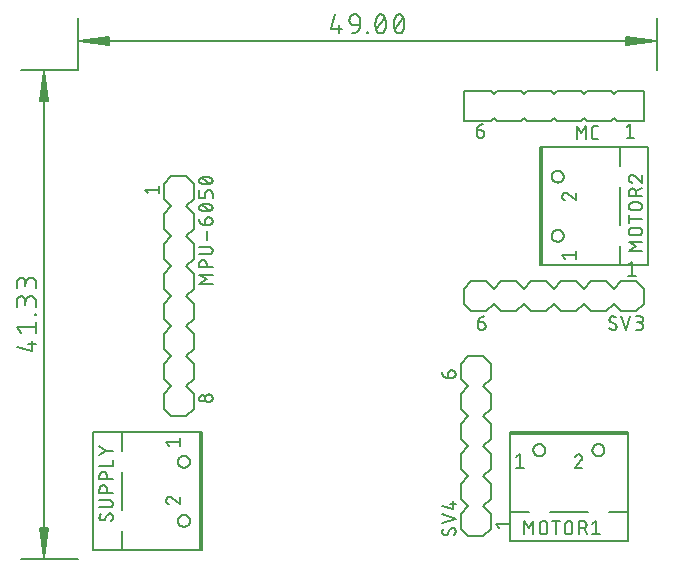
<source format=gbr>
G04 EAGLE Gerber RS-274X export*
G75*
%MOMM*%
%FSLAX34Y34*%
%LPD*%
%INSilkscreen Top*%
%IPPOS*%
%AMOC8*
5,1,8,0,0,1.08239X$1,22.5*%
G01*
%ADD10C,0.130000*%
%ADD11C,0.152400*%
%ADD12C,0.127000*%


D10*
X862130Y711710D02*
X862130Y756100D01*
X372110Y756100D02*
X372110Y711710D01*
X372760Y736600D02*
X861480Y736600D01*
X836130Y739792D01*
X836130Y733408D01*
X861480Y736600D01*
X836130Y737900D01*
X836130Y735300D02*
X861480Y736600D01*
X836130Y739200D01*
X836130Y734000D02*
X861480Y736600D01*
X398110Y739792D02*
X372760Y736600D01*
X398110Y739792D02*
X398110Y733408D01*
X372760Y736600D01*
X398110Y737900D01*
X398110Y735300D02*
X372760Y736600D01*
X398110Y739200D01*
X398110Y734000D02*
X372760Y736600D01*
D11*
X586061Y746719D02*
X589674Y759363D01*
X586061Y746719D02*
X595092Y746719D01*
X592383Y750332D02*
X592383Y743107D01*
X605305Y750332D02*
X610724Y750332D01*
X605305Y750332D02*
X605187Y750334D01*
X605069Y750340D01*
X604951Y750349D01*
X604834Y750363D01*
X604717Y750380D01*
X604600Y750401D01*
X604485Y750426D01*
X604370Y750455D01*
X604256Y750488D01*
X604144Y750524D01*
X604033Y750564D01*
X603923Y750607D01*
X603814Y750654D01*
X603707Y750704D01*
X603602Y750759D01*
X603499Y750816D01*
X603398Y750877D01*
X603298Y750941D01*
X603201Y751008D01*
X603106Y751078D01*
X603014Y751152D01*
X602923Y751228D01*
X602836Y751308D01*
X602751Y751390D01*
X602669Y751475D01*
X602589Y751562D01*
X602513Y751653D01*
X602439Y751745D01*
X602369Y751840D01*
X602302Y751937D01*
X602238Y752037D01*
X602177Y752138D01*
X602120Y752241D01*
X602065Y752346D01*
X602015Y752453D01*
X601968Y752562D01*
X601925Y752672D01*
X601885Y752783D01*
X601849Y752895D01*
X601816Y753009D01*
X601787Y753124D01*
X601762Y753239D01*
X601741Y753356D01*
X601724Y753473D01*
X601710Y753590D01*
X601701Y753708D01*
X601695Y753826D01*
X601693Y753944D01*
X601693Y754847D01*
X601692Y754847D02*
X601694Y754980D01*
X601700Y755112D01*
X601710Y755244D01*
X601723Y755376D01*
X601741Y755508D01*
X601762Y755638D01*
X601787Y755769D01*
X601816Y755898D01*
X601849Y756026D01*
X601885Y756154D01*
X601925Y756280D01*
X601969Y756405D01*
X602017Y756529D01*
X602068Y756651D01*
X602123Y756772D01*
X602181Y756891D01*
X602243Y757009D01*
X602308Y757124D01*
X602377Y757238D01*
X602448Y757349D01*
X602524Y757458D01*
X602602Y757565D01*
X602683Y757670D01*
X602768Y757772D01*
X602855Y757872D01*
X602945Y757969D01*
X603038Y758064D01*
X603134Y758155D01*
X603232Y758244D01*
X603333Y758330D01*
X603437Y758413D01*
X603543Y758493D01*
X603651Y758569D01*
X603761Y758643D01*
X603874Y758713D01*
X603988Y758780D01*
X604105Y758843D01*
X604223Y758903D01*
X604343Y758960D01*
X604465Y759013D01*
X604588Y759062D01*
X604712Y759108D01*
X604838Y759150D01*
X604965Y759188D01*
X605093Y759223D01*
X605222Y759254D01*
X605351Y759281D01*
X605482Y759304D01*
X605613Y759324D01*
X605745Y759339D01*
X605877Y759351D01*
X606009Y759359D01*
X606142Y759363D01*
X606274Y759363D01*
X606407Y759359D01*
X606539Y759351D01*
X606671Y759339D01*
X606803Y759324D01*
X606934Y759304D01*
X607065Y759281D01*
X607194Y759254D01*
X607323Y759223D01*
X607451Y759188D01*
X607578Y759150D01*
X607704Y759108D01*
X607828Y759062D01*
X607951Y759013D01*
X608073Y758960D01*
X608193Y758903D01*
X608311Y758843D01*
X608428Y758780D01*
X608542Y758713D01*
X608655Y758643D01*
X608765Y758569D01*
X608873Y758493D01*
X608979Y758413D01*
X609083Y758330D01*
X609184Y758244D01*
X609282Y758155D01*
X609378Y758064D01*
X609471Y757969D01*
X609561Y757872D01*
X609648Y757772D01*
X609733Y757670D01*
X609814Y757565D01*
X609892Y757458D01*
X609968Y757349D01*
X610039Y757238D01*
X610108Y757124D01*
X610173Y757009D01*
X610235Y756891D01*
X610293Y756772D01*
X610348Y756651D01*
X610399Y756529D01*
X610447Y756405D01*
X610491Y756280D01*
X610531Y756154D01*
X610567Y756026D01*
X610600Y755898D01*
X610629Y755769D01*
X610654Y755638D01*
X610675Y755508D01*
X610693Y755376D01*
X610706Y755244D01*
X610716Y755112D01*
X610722Y754980D01*
X610724Y754847D01*
X610724Y750332D01*
X610722Y750157D01*
X610716Y749983D01*
X610705Y749809D01*
X610690Y749635D01*
X610671Y749461D01*
X610648Y749288D01*
X610621Y749116D01*
X610589Y748944D01*
X610554Y748773D01*
X610514Y748603D01*
X610470Y748434D01*
X610422Y748266D01*
X610370Y748099D01*
X610314Y747934D01*
X610254Y747770D01*
X610191Y747607D01*
X610123Y747447D01*
X610051Y747287D01*
X609976Y747130D01*
X609896Y746974D01*
X609813Y746821D01*
X609727Y746669D01*
X609636Y746520D01*
X609542Y746373D01*
X609445Y746228D01*
X609344Y746085D01*
X609240Y745945D01*
X609132Y745808D01*
X609021Y745673D01*
X608907Y745541D01*
X608790Y745412D01*
X608669Y745285D01*
X608546Y745162D01*
X608419Y745041D01*
X608290Y744924D01*
X608158Y744810D01*
X608023Y744699D01*
X607886Y744591D01*
X607746Y744487D01*
X607603Y744386D01*
X607458Y744289D01*
X607311Y744195D01*
X607162Y744104D01*
X607010Y744018D01*
X606857Y743935D01*
X606701Y743855D01*
X606544Y743780D01*
X606384Y743708D01*
X606224Y743640D01*
X606061Y743577D01*
X605897Y743517D01*
X605732Y743461D01*
X605565Y743409D01*
X605397Y743361D01*
X605228Y743317D01*
X605058Y743277D01*
X604887Y743242D01*
X604715Y743210D01*
X604543Y743183D01*
X604370Y743160D01*
X604196Y743141D01*
X604022Y743126D01*
X603848Y743115D01*
X603674Y743109D01*
X603499Y743107D01*
X616698Y743107D02*
X616698Y744010D01*
X617601Y744010D01*
X617601Y743107D01*
X616698Y743107D01*
X623576Y751235D02*
X623580Y751555D01*
X623591Y751874D01*
X623610Y752194D01*
X623637Y752512D01*
X623671Y752830D01*
X623713Y753147D01*
X623763Y753463D01*
X623820Y753778D01*
X623884Y754091D01*
X623956Y754403D01*
X624035Y754713D01*
X624122Y755020D01*
X624216Y755326D01*
X624317Y755629D01*
X624426Y755930D01*
X624541Y756228D01*
X624664Y756524D01*
X624794Y756816D01*
X624931Y757105D01*
X624931Y757106D02*
X624970Y757214D01*
X625013Y757321D01*
X625059Y757426D01*
X625110Y757530D01*
X625163Y757632D01*
X625220Y757732D01*
X625281Y757830D01*
X625345Y757925D01*
X625412Y758019D01*
X625483Y758110D01*
X625556Y758199D01*
X625633Y758285D01*
X625712Y758368D01*
X625794Y758449D01*
X625879Y758527D01*
X625967Y758601D01*
X626057Y758673D01*
X626149Y758741D01*
X626244Y758807D01*
X626341Y758869D01*
X626440Y758927D01*
X626542Y758983D01*
X626644Y759034D01*
X626749Y759082D01*
X626855Y759127D01*
X626963Y759168D01*
X627072Y759205D01*
X627182Y759238D01*
X627294Y759267D01*
X627406Y759293D01*
X627519Y759315D01*
X627633Y759332D01*
X627747Y759346D01*
X627862Y759356D01*
X627977Y759362D01*
X628092Y759364D01*
X628092Y759363D02*
X628207Y759361D01*
X628322Y759355D01*
X628437Y759345D01*
X628551Y759331D01*
X628665Y759314D01*
X628778Y759292D01*
X628890Y759266D01*
X629002Y759237D01*
X629112Y759204D01*
X629221Y759167D01*
X629329Y759126D01*
X629435Y759081D01*
X629540Y759033D01*
X629642Y758982D01*
X629743Y758926D01*
X629843Y758868D01*
X629940Y758806D01*
X630034Y758741D01*
X630127Y758672D01*
X630217Y758600D01*
X630305Y758526D01*
X630390Y758448D01*
X630472Y758367D01*
X630551Y758284D01*
X630628Y758198D01*
X630701Y758109D01*
X630772Y758018D01*
X630839Y757924D01*
X630903Y757829D01*
X630964Y757731D01*
X631021Y757631D01*
X631074Y757529D01*
X631125Y757425D01*
X631171Y757320D01*
X631214Y757213D01*
X631253Y757105D01*
X631252Y757105D02*
X631389Y756816D01*
X631519Y756524D01*
X631642Y756228D01*
X631757Y755930D01*
X631866Y755629D01*
X631967Y755326D01*
X632061Y755020D01*
X632148Y754713D01*
X632227Y754403D01*
X632299Y754091D01*
X632363Y753778D01*
X632420Y753463D01*
X632470Y753147D01*
X632512Y752830D01*
X632546Y752512D01*
X632573Y752194D01*
X632592Y751874D01*
X632603Y751555D01*
X632607Y751235D01*
X623577Y751235D02*
X623581Y750915D01*
X623592Y750596D01*
X623611Y750276D01*
X623638Y749958D01*
X623672Y749640D01*
X623714Y749323D01*
X623764Y749007D01*
X623821Y748692D01*
X623885Y748379D01*
X623957Y748067D01*
X624036Y747757D01*
X624123Y747450D01*
X624217Y747144D01*
X624318Y746841D01*
X624427Y746540D01*
X624542Y746242D01*
X624665Y745946D01*
X624795Y745654D01*
X624932Y745365D01*
X624931Y745365D02*
X624970Y745257D01*
X625013Y745150D01*
X625059Y745045D01*
X625110Y744941D01*
X625163Y744839D01*
X625220Y744739D01*
X625281Y744641D01*
X625345Y744546D01*
X625412Y744452D01*
X625483Y744361D01*
X625556Y744272D01*
X625633Y744186D01*
X625712Y744103D01*
X625794Y744022D01*
X625879Y743944D01*
X625967Y743870D01*
X626057Y743798D01*
X626150Y743729D01*
X626244Y743664D01*
X626341Y743602D01*
X626441Y743544D01*
X626542Y743488D01*
X626644Y743437D01*
X626749Y743389D01*
X626855Y743344D01*
X626963Y743303D01*
X627072Y743266D01*
X627182Y743233D01*
X627294Y743204D01*
X627406Y743178D01*
X627519Y743156D01*
X627633Y743139D01*
X627747Y743125D01*
X627862Y743115D01*
X627977Y743109D01*
X628092Y743107D01*
X631252Y745365D02*
X631389Y745654D01*
X631519Y745946D01*
X631642Y746242D01*
X631757Y746540D01*
X631866Y746841D01*
X631967Y747144D01*
X632061Y747450D01*
X632148Y747757D01*
X632227Y748067D01*
X632299Y748379D01*
X632363Y748692D01*
X632420Y749007D01*
X632470Y749323D01*
X632512Y749640D01*
X632546Y749958D01*
X632573Y750276D01*
X632592Y750596D01*
X632603Y750915D01*
X632607Y751235D01*
X631253Y745365D02*
X631214Y745257D01*
X631171Y745150D01*
X631125Y745045D01*
X631074Y744941D01*
X631021Y744839D01*
X630964Y744739D01*
X630903Y744641D01*
X630839Y744546D01*
X630772Y744452D01*
X630701Y744361D01*
X630628Y744272D01*
X630551Y744186D01*
X630472Y744103D01*
X630390Y744022D01*
X630305Y743944D01*
X630217Y743870D01*
X630127Y743798D01*
X630034Y743729D01*
X629940Y743664D01*
X629843Y743602D01*
X629743Y743544D01*
X629642Y743488D01*
X629539Y743437D01*
X629435Y743389D01*
X629329Y743344D01*
X629221Y743303D01*
X629112Y743266D01*
X629002Y743233D01*
X628890Y743204D01*
X628778Y743178D01*
X628665Y743156D01*
X628551Y743139D01*
X628437Y743125D01*
X628322Y743115D01*
X628207Y743109D01*
X628092Y743107D01*
X624479Y746719D02*
X631704Y755751D01*
X639208Y751235D02*
X639212Y751555D01*
X639223Y751874D01*
X639242Y752194D01*
X639269Y752512D01*
X639303Y752830D01*
X639345Y753147D01*
X639395Y753463D01*
X639452Y753778D01*
X639516Y754091D01*
X639588Y754403D01*
X639667Y754713D01*
X639754Y755020D01*
X639848Y755326D01*
X639949Y755629D01*
X640058Y755930D01*
X640173Y756228D01*
X640296Y756524D01*
X640426Y756816D01*
X640563Y757105D01*
X640562Y757106D02*
X640601Y757214D01*
X640644Y757321D01*
X640690Y757426D01*
X640741Y757530D01*
X640794Y757632D01*
X640851Y757732D01*
X640912Y757830D01*
X640976Y757925D01*
X641043Y758019D01*
X641114Y758110D01*
X641187Y758199D01*
X641264Y758285D01*
X641343Y758368D01*
X641425Y758449D01*
X641510Y758527D01*
X641598Y758601D01*
X641688Y758673D01*
X641780Y758741D01*
X641875Y758807D01*
X641972Y758869D01*
X642071Y758927D01*
X642173Y758983D01*
X642275Y759034D01*
X642380Y759082D01*
X642486Y759127D01*
X642594Y759168D01*
X642703Y759205D01*
X642813Y759238D01*
X642925Y759267D01*
X643037Y759293D01*
X643150Y759315D01*
X643264Y759332D01*
X643378Y759346D01*
X643493Y759356D01*
X643608Y759362D01*
X643723Y759364D01*
X643723Y759363D02*
X643838Y759361D01*
X643953Y759355D01*
X644068Y759345D01*
X644182Y759331D01*
X644296Y759314D01*
X644409Y759292D01*
X644521Y759266D01*
X644633Y759237D01*
X644743Y759204D01*
X644852Y759167D01*
X644960Y759126D01*
X645066Y759081D01*
X645171Y759033D01*
X645273Y758982D01*
X645374Y758926D01*
X645474Y758868D01*
X645571Y758806D01*
X645665Y758741D01*
X645758Y758672D01*
X645848Y758600D01*
X645936Y758526D01*
X646021Y758448D01*
X646103Y758367D01*
X646182Y758284D01*
X646259Y758198D01*
X646332Y758109D01*
X646403Y758018D01*
X646470Y757924D01*
X646534Y757829D01*
X646595Y757731D01*
X646652Y757631D01*
X646705Y757529D01*
X646756Y757425D01*
X646802Y757320D01*
X646845Y757213D01*
X646884Y757105D01*
X646883Y757105D02*
X647020Y756816D01*
X647150Y756524D01*
X647273Y756228D01*
X647388Y755930D01*
X647497Y755629D01*
X647598Y755326D01*
X647692Y755020D01*
X647779Y754713D01*
X647858Y754403D01*
X647930Y754091D01*
X647994Y753778D01*
X648051Y753463D01*
X648101Y753147D01*
X648143Y752830D01*
X648177Y752512D01*
X648204Y752194D01*
X648223Y751874D01*
X648234Y751555D01*
X648238Y751235D01*
X639208Y751235D02*
X639212Y750915D01*
X639223Y750596D01*
X639242Y750276D01*
X639269Y749958D01*
X639303Y749640D01*
X639345Y749323D01*
X639395Y749007D01*
X639452Y748692D01*
X639516Y748379D01*
X639588Y748067D01*
X639667Y747757D01*
X639754Y747450D01*
X639848Y747144D01*
X639949Y746841D01*
X640058Y746540D01*
X640173Y746242D01*
X640296Y745946D01*
X640426Y745654D01*
X640563Y745365D01*
X640562Y745365D02*
X640601Y745257D01*
X640644Y745150D01*
X640690Y745045D01*
X640741Y744941D01*
X640794Y744839D01*
X640851Y744739D01*
X640912Y744641D01*
X640976Y744546D01*
X641043Y744452D01*
X641114Y744361D01*
X641187Y744272D01*
X641264Y744186D01*
X641343Y744103D01*
X641425Y744022D01*
X641510Y743944D01*
X641598Y743870D01*
X641688Y743798D01*
X641781Y743729D01*
X641875Y743664D01*
X641972Y743602D01*
X642072Y743544D01*
X642173Y743488D01*
X642275Y743437D01*
X642380Y743389D01*
X642486Y743344D01*
X642594Y743303D01*
X642703Y743266D01*
X642813Y743233D01*
X642925Y743204D01*
X643037Y743178D01*
X643150Y743156D01*
X643264Y743139D01*
X643378Y743125D01*
X643493Y743115D01*
X643608Y743109D01*
X643723Y743107D01*
X646883Y745365D02*
X647020Y745654D01*
X647150Y745946D01*
X647273Y746242D01*
X647388Y746540D01*
X647497Y746841D01*
X647598Y747144D01*
X647692Y747450D01*
X647779Y747757D01*
X647858Y748067D01*
X647930Y748379D01*
X647994Y748692D01*
X648051Y749007D01*
X648101Y749323D01*
X648143Y749640D01*
X648177Y749958D01*
X648204Y750276D01*
X648223Y750596D01*
X648234Y750915D01*
X648238Y751235D01*
X646884Y745365D02*
X646845Y745257D01*
X646802Y745150D01*
X646756Y745045D01*
X646705Y744941D01*
X646652Y744839D01*
X646595Y744739D01*
X646534Y744641D01*
X646470Y744546D01*
X646403Y744452D01*
X646332Y744361D01*
X646259Y744272D01*
X646182Y744186D01*
X646103Y744103D01*
X646021Y744022D01*
X645936Y743944D01*
X645848Y743870D01*
X645758Y743798D01*
X645665Y743729D01*
X645571Y743664D01*
X645474Y743602D01*
X645374Y743544D01*
X645273Y743488D01*
X645170Y743437D01*
X645066Y743389D01*
X644960Y743344D01*
X644852Y743303D01*
X644743Y743266D01*
X644633Y743233D01*
X644521Y743204D01*
X644409Y743178D01*
X644296Y743156D01*
X644182Y743139D01*
X644068Y743125D01*
X643953Y743115D01*
X643838Y743109D01*
X643723Y743107D01*
X640111Y746719D02*
X647335Y755751D01*
D10*
X372110Y711710D02*
X323400Y711710D01*
X323400Y298450D02*
X372110Y298450D01*
X342900Y299100D02*
X342900Y711060D01*
X339708Y685710D01*
X346092Y685710D01*
X342900Y711060D01*
X341600Y685710D01*
X344200Y685710D02*
X342900Y711060D01*
X340300Y685710D01*
X345500Y685710D02*
X342900Y711060D01*
X339708Y324450D02*
X342900Y299100D01*
X339708Y324450D02*
X346092Y324450D01*
X342900Y299100D01*
X341600Y324450D01*
X344200Y324450D02*
X342900Y299100D01*
X340300Y324450D01*
X345500Y324450D02*
X342900Y299100D01*
D11*
X332781Y474021D02*
X320137Y477634D01*
X332781Y474021D02*
X332781Y483052D01*
X329168Y480343D02*
X336393Y480343D01*
X323749Y489653D02*
X320137Y494168D01*
X336393Y494168D01*
X336393Y489653D02*
X336393Y498684D01*
X336393Y504658D02*
X335490Y504658D01*
X335490Y505561D01*
X336393Y505561D01*
X336393Y504658D01*
X336393Y511536D02*
X336393Y516052D01*
X336391Y516185D01*
X336385Y516317D01*
X336375Y516449D01*
X336362Y516581D01*
X336344Y516713D01*
X336323Y516843D01*
X336298Y516974D01*
X336269Y517103D01*
X336236Y517231D01*
X336200Y517359D01*
X336160Y517485D01*
X336116Y517610D01*
X336068Y517734D01*
X336017Y517856D01*
X335962Y517977D01*
X335904Y518096D01*
X335842Y518214D01*
X335777Y518329D01*
X335708Y518443D01*
X335637Y518554D01*
X335561Y518663D01*
X335483Y518770D01*
X335402Y518875D01*
X335317Y518977D01*
X335230Y519077D01*
X335140Y519174D01*
X335047Y519269D01*
X334951Y519360D01*
X334853Y519449D01*
X334752Y519535D01*
X334648Y519618D01*
X334542Y519698D01*
X334434Y519774D01*
X334324Y519848D01*
X334211Y519918D01*
X334097Y519985D01*
X333980Y520048D01*
X333862Y520108D01*
X333742Y520165D01*
X333620Y520218D01*
X333497Y520267D01*
X333373Y520313D01*
X333247Y520355D01*
X333120Y520393D01*
X332992Y520428D01*
X332863Y520459D01*
X332734Y520486D01*
X332603Y520509D01*
X332472Y520529D01*
X332340Y520544D01*
X332208Y520556D01*
X332076Y520564D01*
X331943Y520568D01*
X331811Y520568D01*
X331678Y520564D01*
X331546Y520556D01*
X331414Y520544D01*
X331282Y520529D01*
X331151Y520509D01*
X331020Y520486D01*
X330891Y520459D01*
X330762Y520428D01*
X330634Y520393D01*
X330507Y520355D01*
X330381Y520313D01*
X330257Y520267D01*
X330134Y520218D01*
X330012Y520165D01*
X329892Y520108D01*
X329774Y520048D01*
X329657Y519985D01*
X329543Y519918D01*
X329430Y519848D01*
X329320Y519774D01*
X329212Y519698D01*
X329106Y519618D01*
X329002Y519535D01*
X328901Y519449D01*
X328803Y519360D01*
X328707Y519269D01*
X328614Y519174D01*
X328524Y519077D01*
X328437Y518977D01*
X328352Y518875D01*
X328271Y518770D01*
X328193Y518663D01*
X328117Y518554D01*
X328046Y518443D01*
X327977Y518329D01*
X327912Y518214D01*
X327850Y518096D01*
X327792Y517977D01*
X327737Y517856D01*
X327686Y517734D01*
X327638Y517610D01*
X327594Y517485D01*
X327554Y517359D01*
X327518Y517231D01*
X327485Y517103D01*
X327456Y516974D01*
X327431Y516843D01*
X327410Y516713D01*
X327392Y516581D01*
X327379Y516449D01*
X327369Y516317D01*
X327363Y516185D01*
X327361Y516052D01*
X320137Y516955D02*
X320137Y511536D01*
X320137Y516955D02*
X320139Y517074D01*
X320145Y517194D01*
X320155Y517313D01*
X320169Y517431D01*
X320186Y517550D01*
X320208Y517667D01*
X320233Y517784D01*
X320263Y517899D01*
X320296Y518014D01*
X320333Y518128D01*
X320373Y518240D01*
X320418Y518351D01*
X320466Y518460D01*
X320517Y518568D01*
X320572Y518674D01*
X320631Y518778D01*
X320693Y518880D01*
X320758Y518980D01*
X320827Y519078D01*
X320899Y519174D01*
X320974Y519267D01*
X321051Y519357D01*
X321132Y519445D01*
X321216Y519530D01*
X321303Y519612D01*
X321392Y519692D01*
X321484Y519768D01*
X321578Y519842D01*
X321675Y519912D01*
X321773Y519979D01*
X321874Y520043D01*
X321978Y520103D01*
X322083Y520160D01*
X322190Y520213D01*
X322298Y520263D01*
X322408Y520309D01*
X322520Y520351D01*
X322633Y520390D01*
X322747Y520425D01*
X322862Y520456D01*
X322979Y520484D01*
X323096Y520507D01*
X323213Y520527D01*
X323332Y520543D01*
X323451Y520555D01*
X323570Y520563D01*
X323689Y520567D01*
X323809Y520567D01*
X323928Y520563D01*
X324047Y520555D01*
X324166Y520543D01*
X324285Y520527D01*
X324402Y520507D01*
X324519Y520484D01*
X324636Y520456D01*
X324751Y520425D01*
X324865Y520390D01*
X324978Y520351D01*
X325090Y520309D01*
X325200Y520263D01*
X325308Y520213D01*
X325415Y520160D01*
X325520Y520103D01*
X325624Y520043D01*
X325725Y519979D01*
X325823Y519912D01*
X325920Y519842D01*
X326014Y519768D01*
X326106Y519692D01*
X326195Y519612D01*
X326282Y519530D01*
X326366Y519445D01*
X326447Y519357D01*
X326524Y519267D01*
X326599Y519174D01*
X326671Y519078D01*
X326740Y518980D01*
X326805Y518880D01*
X326867Y518778D01*
X326926Y518674D01*
X326981Y518568D01*
X327032Y518460D01*
X327080Y518351D01*
X327125Y518240D01*
X327165Y518128D01*
X327202Y518014D01*
X327235Y517899D01*
X327265Y517784D01*
X327290Y517667D01*
X327312Y517550D01*
X327329Y517431D01*
X327343Y517313D01*
X327353Y517194D01*
X327359Y517074D01*
X327361Y516955D01*
X327362Y516955D02*
X327362Y513342D01*
X336393Y527167D02*
X336393Y531683D01*
X336391Y531816D01*
X336385Y531948D01*
X336375Y532080D01*
X336362Y532212D01*
X336344Y532344D01*
X336323Y532474D01*
X336298Y532605D01*
X336269Y532734D01*
X336236Y532862D01*
X336200Y532990D01*
X336160Y533116D01*
X336116Y533241D01*
X336068Y533365D01*
X336017Y533487D01*
X335962Y533608D01*
X335904Y533727D01*
X335842Y533845D01*
X335777Y533960D01*
X335708Y534074D01*
X335637Y534185D01*
X335561Y534294D01*
X335483Y534401D01*
X335402Y534506D01*
X335317Y534608D01*
X335230Y534708D01*
X335140Y534805D01*
X335047Y534900D01*
X334951Y534991D01*
X334853Y535080D01*
X334752Y535166D01*
X334648Y535249D01*
X334542Y535329D01*
X334434Y535405D01*
X334324Y535479D01*
X334211Y535549D01*
X334097Y535616D01*
X333980Y535679D01*
X333862Y535739D01*
X333742Y535796D01*
X333620Y535849D01*
X333497Y535898D01*
X333373Y535944D01*
X333247Y535986D01*
X333120Y536024D01*
X332992Y536059D01*
X332863Y536090D01*
X332734Y536117D01*
X332603Y536140D01*
X332472Y536160D01*
X332340Y536175D01*
X332208Y536187D01*
X332076Y536195D01*
X331943Y536199D01*
X331811Y536199D01*
X331678Y536195D01*
X331546Y536187D01*
X331414Y536175D01*
X331282Y536160D01*
X331151Y536140D01*
X331020Y536117D01*
X330891Y536090D01*
X330762Y536059D01*
X330634Y536024D01*
X330507Y535986D01*
X330381Y535944D01*
X330257Y535898D01*
X330134Y535849D01*
X330012Y535796D01*
X329892Y535739D01*
X329774Y535679D01*
X329657Y535616D01*
X329543Y535549D01*
X329430Y535479D01*
X329320Y535405D01*
X329212Y535329D01*
X329106Y535249D01*
X329002Y535166D01*
X328901Y535080D01*
X328803Y534991D01*
X328707Y534900D01*
X328614Y534805D01*
X328524Y534708D01*
X328437Y534608D01*
X328352Y534506D01*
X328271Y534401D01*
X328193Y534294D01*
X328117Y534185D01*
X328046Y534074D01*
X327977Y533960D01*
X327912Y533845D01*
X327850Y533727D01*
X327792Y533608D01*
X327737Y533487D01*
X327686Y533365D01*
X327638Y533241D01*
X327594Y533116D01*
X327554Y532990D01*
X327518Y532862D01*
X327485Y532734D01*
X327456Y532605D01*
X327431Y532474D01*
X327410Y532344D01*
X327392Y532212D01*
X327379Y532080D01*
X327369Y531948D01*
X327363Y531816D01*
X327361Y531683D01*
X320137Y532586D02*
X320137Y527167D01*
X320137Y532586D02*
X320139Y532705D01*
X320145Y532825D01*
X320155Y532944D01*
X320169Y533062D01*
X320186Y533181D01*
X320208Y533298D01*
X320233Y533415D01*
X320263Y533530D01*
X320296Y533645D01*
X320333Y533759D01*
X320373Y533871D01*
X320418Y533982D01*
X320466Y534091D01*
X320517Y534199D01*
X320572Y534305D01*
X320631Y534409D01*
X320693Y534511D01*
X320758Y534611D01*
X320827Y534709D01*
X320899Y534805D01*
X320974Y534898D01*
X321051Y534988D01*
X321132Y535076D01*
X321216Y535161D01*
X321303Y535243D01*
X321392Y535323D01*
X321484Y535399D01*
X321578Y535473D01*
X321675Y535543D01*
X321773Y535610D01*
X321874Y535674D01*
X321978Y535734D01*
X322083Y535791D01*
X322190Y535844D01*
X322298Y535894D01*
X322408Y535940D01*
X322520Y535982D01*
X322633Y536021D01*
X322747Y536056D01*
X322862Y536087D01*
X322979Y536115D01*
X323096Y536138D01*
X323213Y536158D01*
X323332Y536174D01*
X323451Y536186D01*
X323570Y536194D01*
X323689Y536198D01*
X323809Y536198D01*
X323928Y536194D01*
X324047Y536186D01*
X324166Y536174D01*
X324285Y536158D01*
X324402Y536138D01*
X324519Y536115D01*
X324636Y536087D01*
X324751Y536056D01*
X324865Y536021D01*
X324978Y535982D01*
X325090Y535940D01*
X325200Y535894D01*
X325308Y535844D01*
X325415Y535791D01*
X325520Y535734D01*
X325624Y535674D01*
X325725Y535610D01*
X325823Y535543D01*
X325920Y535473D01*
X326014Y535399D01*
X326106Y535323D01*
X326195Y535243D01*
X326282Y535161D01*
X326366Y535076D01*
X326447Y534988D01*
X326524Y534898D01*
X326599Y534805D01*
X326671Y534709D01*
X326740Y534611D01*
X326805Y534511D01*
X326867Y534409D01*
X326926Y534305D01*
X326981Y534199D01*
X327032Y534091D01*
X327080Y533982D01*
X327125Y533871D01*
X327165Y533759D01*
X327202Y533645D01*
X327235Y533530D01*
X327265Y533415D01*
X327290Y533298D01*
X327312Y533181D01*
X327329Y533062D01*
X327343Y532944D01*
X327353Y532825D01*
X327359Y532705D01*
X327361Y532586D01*
X327362Y532586D02*
X327362Y528974D01*
X850900Y669290D02*
X850900Y694690D01*
X828040Y694690D01*
X825500Y692150D01*
X822960Y694690D01*
X802640Y694690D01*
X800100Y692150D01*
X797560Y694690D01*
X777240Y694690D01*
X774700Y692150D01*
X772160Y694690D01*
X751840Y694690D01*
X749300Y692150D01*
X746760Y694690D01*
X726440Y694690D01*
X721360Y694690D02*
X698500Y694690D01*
X698500Y669290D01*
X721360Y669290D01*
X726440Y669290D02*
X746760Y669290D01*
X749300Y671830D01*
X751840Y669290D01*
X772160Y669290D01*
X774700Y671830D01*
X777240Y669290D01*
X797560Y669290D01*
X800100Y671830D01*
X802640Y669290D01*
X822960Y669290D01*
X825500Y671830D01*
X828040Y669290D01*
X850900Y669290D01*
X723900Y671830D02*
X721360Y669290D01*
X723900Y671830D02*
X726440Y669290D01*
X723900Y692150D02*
X721360Y694690D01*
X723900Y692150D02*
X726440Y694690D01*
D12*
X836295Y663575D02*
X839470Y666115D01*
X839470Y654685D01*
X836295Y654685D02*
X842645Y654685D01*
X713105Y661035D02*
X709295Y661035D01*
X713105Y661035D02*
X713205Y661033D01*
X713304Y661027D01*
X713404Y661017D01*
X713502Y661004D01*
X713601Y660986D01*
X713698Y660965D01*
X713794Y660940D01*
X713890Y660911D01*
X713984Y660878D01*
X714077Y660842D01*
X714168Y660802D01*
X714258Y660758D01*
X714346Y660711D01*
X714432Y660661D01*
X714516Y660607D01*
X714598Y660550D01*
X714677Y660490D01*
X714755Y660426D01*
X714829Y660360D01*
X714901Y660291D01*
X714970Y660219D01*
X715036Y660145D01*
X715100Y660067D01*
X715160Y659988D01*
X715217Y659906D01*
X715271Y659822D01*
X715321Y659736D01*
X715368Y659648D01*
X715412Y659558D01*
X715452Y659467D01*
X715488Y659374D01*
X715521Y659280D01*
X715550Y659184D01*
X715575Y659088D01*
X715596Y658991D01*
X715614Y658892D01*
X715627Y658794D01*
X715637Y658694D01*
X715643Y658595D01*
X715645Y658495D01*
X715645Y657860D01*
X715643Y657749D01*
X715637Y657639D01*
X715628Y657528D01*
X715614Y657418D01*
X715597Y657309D01*
X715576Y657200D01*
X715551Y657092D01*
X715522Y656985D01*
X715490Y656879D01*
X715454Y656774D01*
X715414Y656671D01*
X715371Y656569D01*
X715324Y656468D01*
X715273Y656369D01*
X715220Y656273D01*
X715163Y656178D01*
X715102Y656085D01*
X715039Y655994D01*
X714972Y655905D01*
X714902Y655819D01*
X714829Y655736D01*
X714754Y655654D01*
X714676Y655576D01*
X714594Y655501D01*
X714511Y655428D01*
X714425Y655358D01*
X714336Y655291D01*
X714245Y655228D01*
X714152Y655167D01*
X714058Y655110D01*
X713961Y655057D01*
X713862Y655006D01*
X713761Y654959D01*
X713659Y654916D01*
X713556Y654876D01*
X713451Y654840D01*
X713345Y654808D01*
X713238Y654779D01*
X713130Y654754D01*
X713021Y654733D01*
X712912Y654716D01*
X712802Y654702D01*
X712691Y654693D01*
X712581Y654687D01*
X712470Y654685D01*
X712359Y654687D01*
X712249Y654693D01*
X712138Y654702D01*
X712028Y654716D01*
X711919Y654733D01*
X711810Y654754D01*
X711702Y654779D01*
X711595Y654808D01*
X711489Y654840D01*
X711384Y654876D01*
X711281Y654916D01*
X711179Y654959D01*
X711078Y655006D01*
X710979Y655057D01*
X710883Y655110D01*
X710788Y655167D01*
X710695Y655228D01*
X710604Y655291D01*
X710515Y655358D01*
X710429Y655428D01*
X710346Y655501D01*
X710264Y655576D01*
X710186Y655654D01*
X710111Y655736D01*
X710038Y655819D01*
X709968Y655905D01*
X709901Y655994D01*
X709838Y656085D01*
X709777Y656178D01*
X709720Y656273D01*
X709667Y656369D01*
X709616Y656468D01*
X709569Y656569D01*
X709526Y656671D01*
X709486Y656774D01*
X709450Y656879D01*
X709418Y656985D01*
X709389Y657092D01*
X709364Y657200D01*
X709343Y657309D01*
X709326Y657418D01*
X709312Y657528D01*
X709303Y657639D01*
X709297Y657749D01*
X709295Y657860D01*
X709295Y661035D01*
X709297Y661175D01*
X709303Y661315D01*
X709312Y661455D01*
X709326Y661594D01*
X709343Y661733D01*
X709364Y661871D01*
X709389Y662009D01*
X709418Y662146D01*
X709450Y662282D01*
X709487Y662417D01*
X709527Y662551D01*
X709570Y662684D01*
X709618Y662816D01*
X709668Y662947D01*
X709723Y663076D01*
X709781Y663203D01*
X709842Y663329D01*
X709907Y663453D01*
X709976Y663575D01*
X710047Y663695D01*
X710122Y663813D01*
X710200Y663930D01*
X710282Y664044D01*
X710366Y664155D01*
X710454Y664264D01*
X710544Y664371D01*
X710638Y664476D01*
X710734Y664577D01*
X710833Y664676D01*
X710934Y664772D01*
X711039Y664866D01*
X711146Y664956D01*
X711255Y665044D01*
X711366Y665128D01*
X711480Y665210D01*
X711597Y665288D01*
X711715Y665363D01*
X711835Y665434D01*
X711957Y665503D01*
X712081Y665568D01*
X712207Y665629D01*
X712334Y665687D01*
X712463Y665742D01*
X712594Y665792D01*
X712726Y665840D01*
X712859Y665883D01*
X712993Y665923D01*
X713128Y665960D01*
X713264Y665992D01*
X713401Y666021D01*
X713539Y666046D01*
X713677Y666067D01*
X713816Y666084D01*
X713955Y666098D01*
X714095Y666107D01*
X714235Y666113D01*
X714375Y666115D01*
X793914Y664845D02*
X793914Y653415D01*
X797724Y658495D02*
X793914Y664845D01*
X797724Y658495D02*
X801534Y664845D01*
X801534Y653415D01*
X809625Y653415D02*
X812165Y653415D01*
X809625Y653415D02*
X809525Y653417D01*
X809426Y653423D01*
X809326Y653433D01*
X809228Y653446D01*
X809129Y653464D01*
X809032Y653485D01*
X808936Y653510D01*
X808840Y653539D01*
X808746Y653572D01*
X808653Y653608D01*
X808562Y653648D01*
X808472Y653692D01*
X808384Y653739D01*
X808298Y653789D01*
X808214Y653843D01*
X808132Y653900D01*
X808053Y653960D01*
X807975Y654024D01*
X807901Y654090D01*
X807829Y654159D01*
X807760Y654231D01*
X807694Y654305D01*
X807630Y654383D01*
X807570Y654462D01*
X807513Y654544D01*
X807459Y654628D01*
X807409Y654714D01*
X807362Y654802D01*
X807318Y654892D01*
X807278Y654983D01*
X807242Y655076D01*
X807209Y655170D01*
X807180Y655266D01*
X807155Y655362D01*
X807134Y655459D01*
X807116Y655558D01*
X807103Y655656D01*
X807093Y655756D01*
X807087Y655855D01*
X807085Y655955D01*
X807085Y662305D01*
X807087Y662405D01*
X807093Y662504D01*
X807103Y662604D01*
X807116Y662702D01*
X807134Y662801D01*
X807155Y662898D01*
X807180Y662994D01*
X807209Y663090D01*
X807242Y663184D01*
X807278Y663277D01*
X807318Y663368D01*
X807362Y663458D01*
X807409Y663546D01*
X807459Y663632D01*
X807513Y663716D01*
X807570Y663798D01*
X807630Y663877D01*
X807694Y663955D01*
X807760Y664029D01*
X807829Y664101D01*
X807901Y664170D01*
X807975Y664236D01*
X808053Y664300D01*
X808132Y664360D01*
X808214Y664417D01*
X808298Y664471D01*
X808384Y664521D01*
X808472Y664568D01*
X808562Y664612D01*
X808653Y664652D01*
X808746Y664688D01*
X808840Y664721D01*
X808936Y664750D01*
X809032Y664775D01*
X809129Y664796D01*
X809228Y664814D01*
X809326Y664827D01*
X809426Y664837D01*
X809525Y664843D01*
X809625Y664845D01*
X812165Y664845D01*
D11*
X469900Y615950D02*
X469900Y603250D01*
X463550Y596900D01*
X450850Y596900D02*
X444500Y603250D01*
X463550Y596900D02*
X469900Y590550D01*
X469900Y577850D01*
X463550Y571500D01*
X450850Y571500D02*
X444500Y577850D01*
X444500Y590550D01*
X450850Y596900D01*
X450850Y622300D02*
X463550Y622300D01*
X469900Y615950D01*
X450850Y622300D02*
X444500Y615950D01*
X444500Y603250D01*
X463550Y571500D02*
X469900Y565150D01*
X469900Y552450D01*
X463550Y546100D01*
X450850Y546100D02*
X444500Y552450D01*
X444500Y565150D01*
X450850Y571500D01*
X469900Y539750D02*
X469900Y527050D01*
X463550Y520700D01*
X450850Y520700D02*
X444500Y527050D01*
X463550Y546100D02*
X469900Y539750D01*
X450850Y546100D02*
X444500Y539750D01*
X444500Y527050D01*
X469900Y514350D02*
X469900Y501650D01*
X463550Y495300D01*
X450850Y495300D02*
X444500Y501650D01*
X463550Y495300D02*
X469900Y488950D01*
X469900Y476250D01*
X463550Y469900D01*
X450850Y469900D02*
X444500Y476250D01*
X444500Y488950D01*
X450850Y495300D01*
X469900Y514350D02*
X463550Y520700D01*
X450850Y520700D02*
X444500Y514350D01*
X444500Y501650D01*
X463550Y469900D02*
X469900Y463550D01*
X469900Y450850D01*
X463550Y444500D01*
X450850Y444500D02*
X444500Y450850D01*
X444500Y463550D01*
X450850Y469900D01*
X469900Y438150D02*
X469900Y425450D01*
X463550Y419100D01*
X450850Y419100D01*
X444500Y425450D01*
X463550Y444500D02*
X469900Y438150D01*
X450850Y444500D02*
X444500Y438150D01*
X444500Y425450D01*
D12*
X431165Y607695D02*
X428625Y610870D01*
X440055Y610870D01*
X440055Y607695D02*
X440055Y614045D01*
X482600Y437515D02*
X482489Y437513D01*
X482379Y437507D01*
X482268Y437498D01*
X482158Y437484D01*
X482049Y437467D01*
X481940Y437446D01*
X481832Y437421D01*
X481725Y437392D01*
X481619Y437360D01*
X481514Y437324D01*
X481411Y437284D01*
X481309Y437241D01*
X481208Y437194D01*
X481109Y437143D01*
X481013Y437090D01*
X480918Y437033D01*
X480825Y436972D01*
X480734Y436909D01*
X480645Y436842D01*
X480559Y436772D01*
X480476Y436699D01*
X480394Y436624D01*
X480316Y436546D01*
X480241Y436464D01*
X480168Y436381D01*
X480098Y436295D01*
X480031Y436206D01*
X479968Y436115D01*
X479907Y436022D01*
X479850Y435928D01*
X479797Y435831D01*
X479746Y435732D01*
X479699Y435631D01*
X479656Y435529D01*
X479616Y435426D01*
X479580Y435321D01*
X479548Y435215D01*
X479519Y435108D01*
X479494Y435000D01*
X479473Y434891D01*
X479456Y434782D01*
X479442Y434672D01*
X479433Y434561D01*
X479427Y434451D01*
X479425Y434340D01*
X479427Y434229D01*
X479433Y434119D01*
X479442Y434008D01*
X479456Y433898D01*
X479473Y433789D01*
X479494Y433680D01*
X479519Y433572D01*
X479548Y433465D01*
X479580Y433359D01*
X479616Y433254D01*
X479656Y433151D01*
X479699Y433049D01*
X479746Y432948D01*
X479797Y432849D01*
X479850Y432753D01*
X479907Y432658D01*
X479968Y432565D01*
X480031Y432474D01*
X480098Y432385D01*
X480168Y432299D01*
X480241Y432216D01*
X480316Y432134D01*
X480394Y432056D01*
X480476Y431981D01*
X480559Y431908D01*
X480645Y431838D01*
X480734Y431771D01*
X480825Y431708D01*
X480918Y431647D01*
X481013Y431590D01*
X481109Y431537D01*
X481208Y431486D01*
X481309Y431439D01*
X481411Y431396D01*
X481514Y431356D01*
X481619Y431320D01*
X481725Y431288D01*
X481832Y431259D01*
X481940Y431234D01*
X482049Y431213D01*
X482158Y431196D01*
X482268Y431182D01*
X482379Y431173D01*
X482489Y431167D01*
X482600Y431165D01*
X482711Y431167D01*
X482821Y431173D01*
X482932Y431182D01*
X483042Y431196D01*
X483151Y431213D01*
X483260Y431234D01*
X483368Y431259D01*
X483475Y431288D01*
X483581Y431320D01*
X483686Y431356D01*
X483789Y431396D01*
X483891Y431439D01*
X483992Y431486D01*
X484091Y431537D01*
X484188Y431590D01*
X484282Y431647D01*
X484375Y431708D01*
X484466Y431771D01*
X484555Y431838D01*
X484641Y431908D01*
X484724Y431981D01*
X484806Y432056D01*
X484884Y432134D01*
X484959Y432216D01*
X485032Y432299D01*
X485102Y432385D01*
X485169Y432474D01*
X485232Y432565D01*
X485293Y432658D01*
X485350Y432752D01*
X485403Y432849D01*
X485454Y432948D01*
X485501Y433049D01*
X485544Y433151D01*
X485584Y433254D01*
X485620Y433359D01*
X485652Y433465D01*
X485681Y433572D01*
X485706Y433680D01*
X485727Y433789D01*
X485744Y433898D01*
X485758Y434008D01*
X485767Y434119D01*
X485773Y434229D01*
X485775Y434340D01*
X485773Y434451D01*
X485767Y434561D01*
X485758Y434672D01*
X485744Y434782D01*
X485727Y434891D01*
X485706Y435000D01*
X485681Y435108D01*
X485652Y435215D01*
X485620Y435321D01*
X485584Y435426D01*
X485544Y435529D01*
X485501Y435631D01*
X485454Y435732D01*
X485403Y435831D01*
X485350Y435927D01*
X485293Y436022D01*
X485232Y436115D01*
X485169Y436206D01*
X485102Y436295D01*
X485032Y436381D01*
X484959Y436464D01*
X484884Y436546D01*
X484806Y436624D01*
X484724Y436699D01*
X484641Y436772D01*
X484555Y436842D01*
X484466Y436909D01*
X484375Y436972D01*
X484282Y437033D01*
X484188Y437090D01*
X484091Y437143D01*
X483992Y437194D01*
X483891Y437241D01*
X483789Y437284D01*
X483686Y437324D01*
X483581Y437360D01*
X483475Y437392D01*
X483368Y437421D01*
X483260Y437446D01*
X483151Y437467D01*
X483042Y437484D01*
X482932Y437498D01*
X482821Y437507D01*
X482711Y437513D01*
X482600Y437515D01*
X476885Y436880D02*
X476785Y436878D01*
X476686Y436872D01*
X476586Y436862D01*
X476488Y436849D01*
X476389Y436831D01*
X476292Y436810D01*
X476196Y436785D01*
X476100Y436756D01*
X476006Y436723D01*
X475913Y436687D01*
X475822Y436647D01*
X475732Y436603D01*
X475644Y436556D01*
X475558Y436506D01*
X475474Y436452D01*
X475392Y436395D01*
X475313Y436335D01*
X475235Y436271D01*
X475161Y436205D01*
X475089Y436136D01*
X475020Y436064D01*
X474954Y435990D01*
X474890Y435912D01*
X474830Y435833D01*
X474773Y435751D01*
X474719Y435667D01*
X474669Y435581D01*
X474622Y435493D01*
X474578Y435403D01*
X474538Y435312D01*
X474502Y435219D01*
X474469Y435125D01*
X474440Y435029D01*
X474415Y434933D01*
X474394Y434836D01*
X474376Y434737D01*
X474363Y434639D01*
X474353Y434539D01*
X474347Y434440D01*
X474345Y434340D01*
X474347Y434240D01*
X474353Y434141D01*
X474363Y434041D01*
X474376Y433943D01*
X474394Y433844D01*
X474415Y433747D01*
X474440Y433651D01*
X474469Y433555D01*
X474502Y433461D01*
X474538Y433368D01*
X474578Y433277D01*
X474622Y433187D01*
X474669Y433099D01*
X474719Y433013D01*
X474773Y432929D01*
X474830Y432847D01*
X474890Y432768D01*
X474954Y432690D01*
X475020Y432616D01*
X475089Y432544D01*
X475161Y432475D01*
X475235Y432409D01*
X475313Y432345D01*
X475392Y432285D01*
X475474Y432228D01*
X475558Y432174D01*
X475644Y432124D01*
X475732Y432077D01*
X475822Y432033D01*
X475913Y431993D01*
X476006Y431957D01*
X476100Y431924D01*
X476196Y431895D01*
X476292Y431870D01*
X476389Y431849D01*
X476488Y431831D01*
X476586Y431818D01*
X476686Y431808D01*
X476785Y431802D01*
X476885Y431800D01*
X476985Y431802D01*
X477084Y431808D01*
X477184Y431818D01*
X477282Y431831D01*
X477381Y431849D01*
X477478Y431870D01*
X477574Y431895D01*
X477670Y431924D01*
X477764Y431957D01*
X477857Y431993D01*
X477948Y432033D01*
X478038Y432077D01*
X478126Y432124D01*
X478212Y432174D01*
X478296Y432228D01*
X478378Y432285D01*
X478457Y432345D01*
X478535Y432409D01*
X478609Y432475D01*
X478681Y432544D01*
X478750Y432616D01*
X478816Y432690D01*
X478880Y432768D01*
X478940Y432847D01*
X478997Y432929D01*
X479051Y433013D01*
X479101Y433099D01*
X479148Y433187D01*
X479192Y433277D01*
X479232Y433368D01*
X479268Y433461D01*
X479301Y433555D01*
X479330Y433651D01*
X479355Y433747D01*
X479376Y433844D01*
X479394Y433943D01*
X479407Y434041D01*
X479417Y434141D01*
X479423Y434240D01*
X479425Y434340D01*
X479423Y434440D01*
X479417Y434539D01*
X479407Y434639D01*
X479394Y434737D01*
X479376Y434836D01*
X479355Y434933D01*
X479330Y435029D01*
X479301Y435125D01*
X479268Y435219D01*
X479232Y435312D01*
X479192Y435403D01*
X479148Y435493D01*
X479101Y435581D01*
X479051Y435667D01*
X478997Y435751D01*
X478940Y435833D01*
X478880Y435912D01*
X478816Y435990D01*
X478750Y436064D01*
X478681Y436136D01*
X478609Y436205D01*
X478535Y436271D01*
X478457Y436335D01*
X478378Y436395D01*
X478296Y436452D01*
X478212Y436506D01*
X478126Y436556D01*
X478038Y436603D01*
X477948Y436647D01*
X477857Y436687D01*
X477764Y436723D01*
X477670Y436756D01*
X477574Y436785D01*
X477478Y436810D01*
X477381Y436831D01*
X477282Y436849D01*
X477184Y436862D01*
X477084Y436872D01*
X476985Y436878D01*
X476885Y436880D01*
X474345Y531241D02*
X485775Y531241D01*
X480695Y535051D02*
X474345Y531241D01*
X480695Y535051D02*
X474345Y538861D01*
X485775Y538861D01*
X485775Y545021D02*
X474345Y545021D01*
X474345Y548196D01*
X474347Y548307D01*
X474353Y548417D01*
X474362Y548528D01*
X474376Y548638D01*
X474393Y548747D01*
X474414Y548856D01*
X474439Y548964D01*
X474468Y549071D01*
X474500Y549177D01*
X474536Y549282D01*
X474576Y549385D01*
X474619Y549487D01*
X474666Y549588D01*
X474717Y549687D01*
X474770Y549784D01*
X474827Y549878D01*
X474888Y549971D01*
X474951Y550062D01*
X475018Y550151D01*
X475088Y550237D01*
X475161Y550320D01*
X475236Y550402D01*
X475314Y550480D01*
X475396Y550555D01*
X475479Y550628D01*
X475565Y550698D01*
X475654Y550765D01*
X475745Y550828D01*
X475838Y550889D01*
X475933Y550946D01*
X476029Y550999D01*
X476128Y551050D01*
X476229Y551097D01*
X476331Y551140D01*
X476434Y551180D01*
X476539Y551216D01*
X476645Y551248D01*
X476752Y551277D01*
X476860Y551302D01*
X476969Y551323D01*
X477078Y551340D01*
X477188Y551354D01*
X477299Y551363D01*
X477409Y551369D01*
X477520Y551371D01*
X477631Y551369D01*
X477741Y551363D01*
X477852Y551354D01*
X477962Y551340D01*
X478071Y551323D01*
X478180Y551302D01*
X478288Y551277D01*
X478395Y551248D01*
X478501Y551216D01*
X478606Y551180D01*
X478709Y551140D01*
X478811Y551097D01*
X478912Y551050D01*
X479011Y550999D01*
X479108Y550946D01*
X479202Y550889D01*
X479295Y550828D01*
X479386Y550765D01*
X479475Y550698D01*
X479561Y550628D01*
X479644Y550555D01*
X479726Y550480D01*
X479804Y550402D01*
X479879Y550320D01*
X479952Y550237D01*
X480022Y550151D01*
X480089Y550062D01*
X480152Y549971D01*
X480213Y549878D01*
X480270Y549784D01*
X480323Y549687D01*
X480374Y549588D01*
X480421Y549487D01*
X480464Y549385D01*
X480504Y549282D01*
X480540Y549177D01*
X480572Y549071D01*
X480601Y548964D01*
X480626Y548856D01*
X480647Y548747D01*
X480664Y548638D01*
X480678Y548528D01*
X480687Y548417D01*
X480693Y548307D01*
X480695Y548196D01*
X480695Y545021D01*
X482600Y556260D02*
X474345Y556260D01*
X482600Y556260D02*
X482711Y556262D01*
X482821Y556268D01*
X482932Y556277D01*
X483042Y556291D01*
X483151Y556308D01*
X483260Y556329D01*
X483368Y556354D01*
X483475Y556383D01*
X483581Y556415D01*
X483686Y556451D01*
X483789Y556491D01*
X483891Y556534D01*
X483992Y556581D01*
X484091Y556632D01*
X484188Y556685D01*
X484282Y556742D01*
X484375Y556803D01*
X484466Y556866D01*
X484555Y556933D01*
X484641Y557003D01*
X484724Y557076D01*
X484806Y557151D01*
X484884Y557229D01*
X484959Y557311D01*
X485032Y557394D01*
X485102Y557480D01*
X485169Y557569D01*
X485232Y557660D01*
X485293Y557753D01*
X485350Y557848D01*
X485403Y557944D01*
X485454Y558043D01*
X485501Y558144D01*
X485544Y558246D01*
X485584Y558349D01*
X485620Y558454D01*
X485652Y558560D01*
X485681Y558667D01*
X485706Y558775D01*
X485727Y558884D01*
X485744Y558993D01*
X485758Y559103D01*
X485767Y559214D01*
X485773Y559324D01*
X485775Y559435D01*
X485773Y559546D01*
X485767Y559656D01*
X485758Y559767D01*
X485744Y559877D01*
X485727Y559986D01*
X485706Y560095D01*
X485681Y560203D01*
X485652Y560310D01*
X485620Y560416D01*
X485584Y560521D01*
X485544Y560624D01*
X485501Y560726D01*
X485454Y560827D01*
X485403Y560926D01*
X485350Y561022D01*
X485293Y561117D01*
X485232Y561210D01*
X485169Y561301D01*
X485102Y561390D01*
X485032Y561476D01*
X484959Y561559D01*
X484884Y561641D01*
X484806Y561719D01*
X484724Y561794D01*
X484641Y561867D01*
X484555Y561937D01*
X484466Y562004D01*
X484375Y562067D01*
X484282Y562128D01*
X484188Y562185D01*
X484091Y562238D01*
X483992Y562289D01*
X483891Y562336D01*
X483789Y562379D01*
X483686Y562419D01*
X483581Y562455D01*
X483475Y562487D01*
X483368Y562516D01*
X483260Y562541D01*
X483151Y562562D01*
X483042Y562579D01*
X482932Y562593D01*
X482821Y562602D01*
X482711Y562608D01*
X482600Y562610D01*
X474345Y562610D01*
X481330Y568198D02*
X481330Y575818D01*
X479425Y581025D02*
X479425Y584835D01*
X479427Y584935D01*
X479433Y585034D01*
X479443Y585134D01*
X479456Y585232D01*
X479474Y585331D01*
X479495Y585428D01*
X479520Y585524D01*
X479549Y585620D01*
X479582Y585714D01*
X479618Y585807D01*
X479658Y585898D01*
X479702Y585988D01*
X479749Y586076D01*
X479799Y586162D01*
X479853Y586246D01*
X479910Y586328D01*
X479970Y586407D01*
X480034Y586485D01*
X480100Y586559D01*
X480169Y586631D01*
X480241Y586700D01*
X480315Y586766D01*
X480393Y586830D01*
X480472Y586890D01*
X480554Y586947D01*
X480638Y587001D01*
X480724Y587051D01*
X480812Y587098D01*
X480902Y587142D01*
X480993Y587182D01*
X481086Y587218D01*
X481180Y587251D01*
X481276Y587280D01*
X481372Y587305D01*
X481469Y587326D01*
X481568Y587344D01*
X481666Y587357D01*
X481766Y587367D01*
X481865Y587373D01*
X481965Y587375D01*
X482600Y587375D01*
X482711Y587373D01*
X482821Y587367D01*
X482932Y587358D01*
X483042Y587344D01*
X483151Y587327D01*
X483260Y587306D01*
X483368Y587281D01*
X483475Y587252D01*
X483581Y587220D01*
X483686Y587184D01*
X483789Y587144D01*
X483891Y587101D01*
X483992Y587054D01*
X484091Y587003D01*
X484188Y586950D01*
X484282Y586893D01*
X484375Y586832D01*
X484466Y586769D01*
X484555Y586702D01*
X484641Y586632D01*
X484724Y586559D01*
X484806Y586484D01*
X484884Y586406D01*
X484959Y586324D01*
X485032Y586241D01*
X485102Y586155D01*
X485169Y586066D01*
X485232Y585975D01*
X485293Y585882D01*
X485350Y585787D01*
X485403Y585691D01*
X485454Y585592D01*
X485501Y585491D01*
X485544Y585389D01*
X485584Y585286D01*
X485620Y585181D01*
X485652Y585075D01*
X485681Y584968D01*
X485706Y584860D01*
X485727Y584751D01*
X485744Y584642D01*
X485758Y584532D01*
X485767Y584421D01*
X485773Y584311D01*
X485775Y584200D01*
X485773Y584089D01*
X485767Y583979D01*
X485758Y583868D01*
X485744Y583758D01*
X485727Y583649D01*
X485706Y583540D01*
X485681Y583432D01*
X485652Y583325D01*
X485620Y583219D01*
X485584Y583114D01*
X485544Y583011D01*
X485501Y582909D01*
X485454Y582808D01*
X485403Y582709D01*
X485350Y582613D01*
X485293Y582518D01*
X485232Y582425D01*
X485169Y582334D01*
X485102Y582245D01*
X485032Y582159D01*
X484959Y582076D01*
X484884Y581994D01*
X484806Y581916D01*
X484724Y581841D01*
X484641Y581768D01*
X484555Y581698D01*
X484466Y581631D01*
X484375Y581568D01*
X484282Y581507D01*
X484188Y581450D01*
X484091Y581397D01*
X483992Y581346D01*
X483891Y581299D01*
X483789Y581256D01*
X483686Y581216D01*
X483581Y581180D01*
X483475Y581148D01*
X483368Y581119D01*
X483260Y581094D01*
X483151Y581073D01*
X483042Y581056D01*
X482932Y581042D01*
X482821Y581033D01*
X482711Y581027D01*
X482600Y581025D01*
X479425Y581025D01*
X479285Y581027D01*
X479145Y581033D01*
X479005Y581042D01*
X478866Y581056D01*
X478727Y581073D01*
X478589Y581094D01*
X478451Y581119D01*
X478314Y581148D01*
X478178Y581180D01*
X478043Y581217D01*
X477909Y581257D01*
X477776Y581300D01*
X477644Y581348D01*
X477513Y581398D01*
X477384Y581453D01*
X477257Y581511D01*
X477131Y581572D01*
X477007Y581637D01*
X476885Y581706D01*
X476765Y581777D01*
X476647Y581852D01*
X476530Y581930D01*
X476416Y582012D01*
X476305Y582096D01*
X476196Y582184D01*
X476089Y582274D01*
X475984Y582368D01*
X475883Y582464D01*
X475784Y582563D01*
X475688Y582664D01*
X475594Y582769D01*
X475504Y582876D01*
X475416Y582985D01*
X475332Y583096D01*
X475250Y583210D01*
X475172Y583327D01*
X475097Y583445D01*
X475026Y583565D01*
X474957Y583687D01*
X474892Y583811D01*
X474831Y583937D01*
X474773Y584064D01*
X474718Y584193D01*
X474668Y584324D01*
X474620Y584456D01*
X474577Y584589D01*
X474537Y584723D01*
X474500Y584858D01*
X474468Y584994D01*
X474439Y585131D01*
X474414Y585269D01*
X474393Y585407D01*
X474376Y585546D01*
X474362Y585685D01*
X474353Y585825D01*
X474347Y585965D01*
X474345Y586105D01*
X475933Y593407D02*
X476136Y593311D01*
X476341Y593220D01*
X476549Y593134D01*
X476759Y593053D01*
X476970Y592976D01*
X477183Y592905D01*
X477398Y592839D01*
X477615Y592778D01*
X477833Y592722D01*
X478052Y592672D01*
X478272Y592626D01*
X478493Y592586D01*
X478715Y592551D01*
X478938Y592522D01*
X479162Y592498D01*
X479386Y592479D01*
X479610Y592466D01*
X479835Y592458D01*
X480060Y592455D01*
X475933Y593407D02*
X475845Y593439D01*
X475758Y593475D01*
X475672Y593514D01*
X475588Y593557D01*
X475506Y593603D01*
X475426Y593652D01*
X475348Y593704D01*
X475272Y593760D01*
X475198Y593818D01*
X475127Y593880D01*
X475058Y593944D01*
X474992Y594011D01*
X474929Y594080D01*
X474868Y594152D01*
X474810Y594226D01*
X474756Y594303D01*
X474704Y594381D01*
X474656Y594462D01*
X474611Y594544D01*
X474569Y594629D01*
X474531Y594715D01*
X474496Y594802D01*
X474464Y594890D01*
X474437Y594980D01*
X474412Y595071D01*
X474392Y595163D01*
X474375Y595255D01*
X474362Y595349D01*
X474353Y595442D01*
X474347Y595536D01*
X474345Y595630D01*
X474347Y595724D01*
X474353Y595818D01*
X474362Y595911D01*
X474375Y596005D01*
X474392Y596097D01*
X474412Y596189D01*
X474437Y596280D01*
X474464Y596370D01*
X474496Y596458D01*
X474531Y596545D01*
X474569Y596631D01*
X474611Y596716D01*
X474656Y596798D01*
X474704Y596879D01*
X474756Y596957D01*
X474810Y597034D01*
X474868Y597108D01*
X474929Y597180D01*
X474992Y597249D01*
X475058Y597316D01*
X475127Y597380D01*
X475198Y597442D01*
X475272Y597500D01*
X475348Y597556D01*
X475426Y597608D01*
X475506Y597657D01*
X475588Y597703D01*
X475672Y597746D01*
X475758Y597785D01*
X475845Y597821D01*
X475933Y597853D01*
X476136Y597949D01*
X476341Y598040D01*
X476549Y598126D01*
X476759Y598207D01*
X476970Y598284D01*
X477183Y598355D01*
X477398Y598421D01*
X477615Y598482D01*
X477833Y598538D01*
X478052Y598588D01*
X478272Y598634D01*
X478493Y598674D01*
X478715Y598709D01*
X478938Y598738D01*
X479162Y598762D01*
X479386Y598781D01*
X479610Y598794D01*
X479835Y598802D01*
X480060Y598805D01*
X480060Y592455D02*
X480285Y592458D01*
X480510Y592466D01*
X480734Y592479D01*
X480958Y592498D01*
X481182Y592522D01*
X481405Y592551D01*
X481627Y592586D01*
X481848Y592626D01*
X482068Y592672D01*
X482287Y592722D01*
X482505Y592778D01*
X482722Y592839D01*
X482937Y592905D01*
X483150Y592976D01*
X483361Y593053D01*
X483571Y593134D01*
X483779Y593220D01*
X483984Y593311D01*
X484187Y593407D01*
X484188Y593407D02*
X484276Y593439D01*
X484363Y593475D01*
X484449Y593514D01*
X484533Y593557D01*
X484615Y593603D01*
X484695Y593652D01*
X484773Y593704D01*
X484849Y593760D01*
X484923Y593818D01*
X484994Y593880D01*
X485063Y593944D01*
X485129Y594011D01*
X485192Y594080D01*
X485253Y594152D01*
X485311Y594226D01*
X485365Y594303D01*
X485417Y594381D01*
X485465Y594462D01*
X485510Y594544D01*
X485552Y594629D01*
X485590Y594715D01*
X485625Y594802D01*
X485657Y594890D01*
X485684Y594980D01*
X485709Y595071D01*
X485729Y595163D01*
X485746Y595255D01*
X485759Y595349D01*
X485768Y595442D01*
X485774Y595536D01*
X485776Y595630D01*
X484187Y597853D02*
X483984Y597949D01*
X483779Y598040D01*
X483571Y598126D01*
X483361Y598207D01*
X483150Y598284D01*
X482937Y598355D01*
X482722Y598421D01*
X482505Y598482D01*
X482287Y598538D01*
X482068Y598588D01*
X481848Y598634D01*
X481627Y598674D01*
X481405Y598709D01*
X481182Y598738D01*
X480958Y598762D01*
X480734Y598781D01*
X480510Y598794D01*
X480285Y598802D01*
X480060Y598805D01*
X484188Y597853D02*
X484276Y597821D01*
X484363Y597785D01*
X484449Y597746D01*
X484533Y597703D01*
X484615Y597657D01*
X484695Y597608D01*
X484773Y597556D01*
X484849Y597500D01*
X484923Y597442D01*
X484994Y597380D01*
X485063Y597316D01*
X485129Y597249D01*
X485192Y597180D01*
X485253Y597108D01*
X485311Y597034D01*
X485365Y596957D01*
X485417Y596879D01*
X485465Y596798D01*
X485510Y596716D01*
X485552Y596631D01*
X485590Y596545D01*
X485625Y596458D01*
X485657Y596370D01*
X485684Y596280D01*
X485709Y596189D01*
X485729Y596097D01*
X485746Y596005D01*
X485759Y595911D01*
X485768Y595818D01*
X485774Y595724D01*
X485776Y595630D01*
X483235Y593090D02*
X476885Y598170D01*
X485775Y603885D02*
X485775Y607695D01*
X485773Y607795D01*
X485767Y607894D01*
X485757Y607994D01*
X485744Y608092D01*
X485726Y608191D01*
X485705Y608288D01*
X485680Y608384D01*
X485651Y608480D01*
X485618Y608574D01*
X485582Y608667D01*
X485542Y608758D01*
X485498Y608848D01*
X485451Y608936D01*
X485401Y609022D01*
X485347Y609106D01*
X485290Y609188D01*
X485230Y609267D01*
X485166Y609345D01*
X485100Y609419D01*
X485031Y609491D01*
X484959Y609560D01*
X484885Y609626D01*
X484807Y609690D01*
X484728Y609750D01*
X484646Y609807D01*
X484562Y609861D01*
X484476Y609911D01*
X484388Y609958D01*
X484298Y610002D01*
X484207Y610042D01*
X484114Y610078D01*
X484020Y610111D01*
X483924Y610140D01*
X483828Y610165D01*
X483731Y610186D01*
X483632Y610204D01*
X483534Y610217D01*
X483434Y610227D01*
X483335Y610233D01*
X483235Y610235D01*
X481965Y610235D01*
X481865Y610233D01*
X481766Y610227D01*
X481666Y610217D01*
X481568Y610204D01*
X481469Y610186D01*
X481372Y610165D01*
X481276Y610140D01*
X481180Y610111D01*
X481086Y610078D01*
X480993Y610042D01*
X480902Y610002D01*
X480812Y609958D01*
X480724Y609911D01*
X480638Y609861D01*
X480554Y609807D01*
X480472Y609750D01*
X480393Y609690D01*
X480315Y609626D01*
X480241Y609560D01*
X480169Y609491D01*
X480100Y609419D01*
X480034Y609345D01*
X479970Y609267D01*
X479910Y609188D01*
X479853Y609106D01*
X479799Y609022D01*
X479749Y608936D01*
X479702Y608848D01*
X479658Y608758D01*
X479618Y608667D01*
X479582Y608574D01*
X479549Y608480D01*
X479520Y608384D01*
X479495Y608288D01*
X479474Y608191D01*
X479456Y608092D01*
X479443Y607994D01*
X479433Y607894D01*
X479427Y607795D01*
X479425Y607695D01*
X479425Y603885D01*
X474345Y603885D01*
X474345Y610235D01*
X475933Y616267D02*
X476136Y616171D01*
X476341Y616080D01*
X476549Y615994D01*
X476759Y615913D01*
X476970Y615836D01*
X477183Y615765D01*
X477398Y615699D01*
X477615Y615638D01*
X477833Y615582D01*
X478052Y615532D01*
X478272Y615486D01*
X478493Y615446D01*
X478715Y615411D01*
X478938Y615382D01*
X479162Y615358D01*
X479386Y615339D01*
X479610Y615326D01*
X479835Y615318D01*
X480060Y615315D01*
X475933Y616267D02*
X475845Y616299D01*
X475758Y616335D01*
X475672Y616374D01*
X475588Y616417D01*
X475506Y616463D01*
X475426Y616512D01*
X475348Y616564D01*
X475272Y616620D01*
X475198Y616678D01*
X475127Y616740D01*
X475058Y616804D01*
X474992Y616871D01*
X474929Y616940D01*
X474868Y617012D01*
X474810Y617086D01*
X474756Y617163D01*
X474704Y617241D01*
X474656Y617322D01*
X474611Y617404D01*
X474569Y617489D01*
X474531Y617575D01*
X474496Y617662D01*
X474464Y617750D01*
X474437Y617840D01*
X474412Y617931D01*
X474392Y618023D01*
X474375Y618115D01*
X474362Y618209D01*
X474353Y618302D01*
X474347Y618396D01*
X474345Y618490D01*
X474347Y618584D01*
X474353Y618678D01*
X474362Y618771D01*
X474375Y618865D01*
X474392Y618957D01*
X474412Y619049D01*
X474437Y619140D01*
X474464Y619230D01*
X474496Y619318D01*
X474531Y619405D01*
X474569Y619491D01*
X474611Y619576D01*
X474656Y619658D01*
X474704Y619739D01*
X474756Y619817D01*
X474810Y619894D01*
X474868Y619968D01*
X474929Y620040D01*
X474992Y620109D01*
X475058Y620176D01*
X475127Y620240D01*
X475198Y620302D01*
X475272Y620360D01*
X475348Y620416D01*
X475426Y620468D01*
X475506Y620517D01*
X475588Y620563D01*
X475672Y620606D01*
X475758Y620645D01*
X475845Y620681D01*
X475933Y620713D01*
X476136Y620809D01*
X476341Y620900D01*
X476549Y620986D01*
X476759Y621067D01*
X476970Y621144D01*
X477183Y621215D01*
X477398Y621281D01*
X477615Y621342D01*
X477833Y621398D01*
X478052Y621448D01*
X478272Y621494D01*
X478493Y621534D01*
X478715Y621569D01*
X478938Y621598D01*
X479162Y621622D01*
X479386Y621641D01*
X479610Y621654D01*
X479835Y621662D01*
X480060Y621665D01*
X480060Y615315D02*
X480285Y615318D01*
X480510Y615326D01*
X480734Y615339D01*
X480958Y615358D01*
X481182Y615382D01*
X481405Y615411D01*
X481627Y615446D01*
X481848Y615486D01*
X482068Y615532D01*
X482287Y615582D01*
X482505Y615638D01*
X482722Y615699D01*
X482937Y615765D01*
X483150Y615836D01*
X483361Y615913D01*
X483571Y615994D01*
X483779Y616080D01*
X483984Y616171D01*
X484187Y616267D01*
X484188Y616267D02*
X484276Y616299D01*
X484363Y616335D01*
X484449Y616374D01*
X484533Y616417D01*
X484615Y616463D01*
X484695Y616512D01*
X484773Y616564D01*
X484849Y616620D01*
X484923Y616678D01*
X484994Y616740D01*
X485063Y616804D01*
X485129Y616871D01*
X485192Y616940D01*
X485253Y617012D01*
X485311Y617086D01*
X485365Y617163D01*
X485417Y617241D01*
X485465Y617322D01*
X485510Y617404D01*
X485552Y617489D01*
X485590Y617575D01*
X485625Y617662D01*
X485657Y617750D01*
X485684Y617840D01*
X485709Y617931D01*
X485729Y618023D01*
X485746Y618115D01*
X485759Y618209D01*
X485768Y618302D01*
X485774Y618396D01*
X485776Y618490D01*
X484187Y620713D02*
X483984Y620809D01*
X483779Y620900D01*
X483571Y620986D01*
X483361Y621067D01*
X483150Y621144D01*
X482937Y621215D01*
X482722Y621281D01*
X482505Y621342D01*
X482287Y621398D01*
X482068Y621448D01*
X481848Y621494D01*
X481627Y621534D01*
X481405Y621569D01*
X481182Y621598D01*
X480958Y621622D01*
X480734Y621641D01*
X480510Y621654D01*
X480285Y621662D01*
X480060Y621665D01*
X484188Y620713D02*
X484276Y620681D01*
X484363Y620645D01*
X484449Y620606D01*
X484533Y620563D01*
X484615Y620517D01*
X484695Y620468D01*
X484773Y620416D01*
X484849Y620360D01*
X484923Y620302D01*
X484994Y620240D01*
X485063Y620176D01*
X485129Y620109D01*
X485192Y620040D01*
X485253Y619968D01*
X485311Y619894D01*
X485365Y619817D01*
X485417Y619739D01*
X485465Y619658D01*
X485510Y619576D01*
X485552Y619491D01*
X485590Y619405D01*
X485625Y619318D01*
X485657Y619230D01*
X485684Y619140D01*
X485709Y619049D01*
X485729Y618957D01*
X485746Y618865D01*
X485759Y618771D01*
X485768Y618678D01*
X485774Y618584D01*
X485776Y618490D01*
X483235Y615950D02*
X476885Y621030D01*
D11*
X384810Y405490D02*
X384810Y305670D01*
X474730Y305670D02*
X476760Y305670D01*
X476760Y405490D01*
X408690Y405490D02*
X384810Y405490D01*
X408690Y405490D02*
X408690Y389490D01*
X408690Y371710D02*
X408690Y339450D01*
X408690Y321670D02*
X408690Y305670D01*
X408690Y405490D02*
X474730Y405490D01*
X408690Y305670D02*
X384810Y305670D01*
X474730Y305670D02*
X474730Y405490D01*
X476760Y405490D01*
X474730Y305670D02*
X408690Y305670D01*
X456438Y380600D02*
X456440Y380742D01*
X456446Y380885D01*
X456456Y381027D01*
X456470Y381169D01*
X456488Y381310D01*
X456510Y381451D01*
X456536Y381591D01*
X456565Y381730D01*
X456599Y381869D01*
X456637Y382006D01*
X456678Y382143D01*
X456723Y382278D01*
X456772Y382412D01*
X456825Y382544D01*
X456881Y382675D01*
X456941Y382804D01*
X457005Y382932D01*
X457072Y383057D01*
X457143Y383181D01*
X457217Y383303D01*
X457294Y383422D01*
X457375Y383540D01*
X457459Y383655D01*
X457546Y383767D01*
X457637Y383877D01*
X457730Y383985D01*
X457827Y384090D01*
X457926Y384192D01*
X458028Y384291D01*
X458133Y384388D01*
X458241Y384481D01*
X458351Y384572D01*
X458463Y384659D01*
X458578Y384743D01*
X458696Y384824D01*
X458815Y384901D01*
X458937Y384975D01*
X459061Y385046D01*
X459186Y385113D01*
X459314Y385177D01*
X459443Y385237D01*
X459574Y385293D01*
X459706Y385346D01*
X459840Y385395D01*
X459975Y385440D01*
X460112Y385481D01*
X460249Y385519D01*
X460388Y385553D01*
X460527Y385582D01*
X460667Y385608D01*
X460808Y385630D01*
X460949Y385648D01*
X461091Y385662D01*
X461233Y385672D01*
X461376Y385678D01*
X461518Y385680D01*
X461660Y385678D01*
X461803Y385672D01*
X461945Y385662D01*
X462087Y385648D01*
X462228Y385630D01*
X462369Y385608D01*
X462509Y385582D01*
X462648Y385553D01*
X462787Y385519D01*
X462924Y385481D01*
X463061Y385440D01*
X463196Y385395D01*
X463330Y385346D01*
X463462Y385293D01*
X463593Y385237D01*
X463722Y385177D01*
X463850Y385113D01*
X463975Y385046D01*
X464099Y384975D01*
X464221Y384901D01*
X464340Y384824D01*
X464458Y384743D01*
X464573Y384659D01*
X464685Y384572D01*
X464795Y384481D01*
X464903Y384388D01*
X465008Y384291D01*
X465110Y384192D01*
X465209Y384090D01*
X465306Y383985D01*
X465399Y383877D01*
X465490Y383767D01*
X465577Y383655D01*
X465661Y383540D01*
X465742Y383422D01*
X465819Y383303D01*
X465893Y383181D01*
X465964Y383057D01*
X466031Y382932D01*
X466095Y382804D01*
X466155Y382675D01*
X466211Y382544D01*
X466264Y382412D01*
X466313Y382278D01*
X466358Y382143D01*
X466399Y382006D01*
X466437Y381869D01*
X466471Y381730D01*
X466500Y381591D01*
X466526Y381451D01*
X466548Y381310D01*
X466566Y381169D01*
X466580Y381027D01*
X466590Y380885D01*
X466596Y380742D01*
X466598Y380600D01*
X466596Y380458D01*
X466590Y380315D01*
X466580Y380173D01*
X466566Y380031D01*
X466548Y379890D01*
X466526Y379749D01*
X466500Y379609D01*
X466471Y379470D01*
X466437Y379331D01*
X466399Y379194D01*
X466358Y379057D01*
X466313Y378922D01*
X466264Y378788D01*
X466211Y378656D01*
X466155Y378525D01*
X466095Y378396D01*
X466031Y378268D01*
X465964Y378143D01*
X465893Y378019D01*
X465819Y377897D01*
X465742Y377778D01*
X465661Y377660D01*
X465577Y377545D01*
X465490Y377433D01*
X465399Y377323D01*
X465306Y377215D01*
X465209Y377110D01*
X465110Y377008D01*
X465008Y376909D01*
X464903Y376812D01*
X464795Y376719D01*
X464685Y376628D01*
X464573Y376541D01*
X464458Y376457D01*
X464340Y376376D01*
X464221Y376299D01*
X464099Y376225D01*
X463975Y376154D01*
X463850Y376087D01*
X463722Y376023D01*
X463593Y375963D01*
X463462Y375907D01*
X463330Y375854D01*
X463196Y375805D01*
X463061Y375760D01*
X462924Y375719D01*
X462787Y375681D01*
X462648Y375647D01*
X462509Y375618D01*
X462369Y375592D01*
X462228Y375570D01*
X462087Y375552D01*
X461945Y375538D01*
X461803Y375528D01*
X461660Y375522D01*
X461518Y375520D01*
X461376Y375522D01*
X461233Y375528D01*
X461091Y375538D01*
X460949Y375552D01*
X460808Y375570D01*
X460667Y375592D01*
X460527Y375618D01*
X460388Y375647D01*
X460249Y375681D01*
X460112Y375719D01*
X459975Y375760D01*
X459840Y375805D01*
X459706Y375854D01*
X459574Y375907D01*
X459443Y375963D01*
X459314Y376023D01*
X459186Y376087D01*
X459061Y376154D01*
X458937Y376225D01*
X458815Y376299D01*
X458696Y376376D01*
X458578Y376457D01*
X458463Y376541D01*
X458351Y376628D01*
X458241Y376719D01*
X458133Y376812D01*
X458028Y376909D01*
X457926Y377008D01*
X457827Y377110D01*
X457730Y377215D01*
X457637Y377323D01*
X457546Y377433D01*
X457459Y377545D01*
X457375Y377660D01*
X457294Y377778D01*
X457217Y377897D01*
X457143Y378019D01*
X457072Y378143D01*
X457005Y378268D01*
X456941Y378396D01*
X456881Y378525D01*
X456825Y378656D01*
X456772Y378788D01*
X456723Y378922D01*
X456678Y379057D01*
X456637Y379194D01*
X456599Y379331D01*
X456565Y379470D01*
X456536Y379609D01*
X456510Y379749D01*
X456488Y379890D01*
X456470Y380031D01*
X456456Y380173D01*
X456446Y380315D01*
X456440Y380458D01*
X456438Y380600D01*
X456438Y330562D02*
X456440Y330704D01*
X456446Y330847D01*
X456456Y330989D01*
X456470Y331131D01*
X456488Y331272D01*
X456510Y331413D01*
X456536Y331553D01*
X456565Y331692D01*
X456599Y331831D01*
X456637Y331968D01*
X456678Y332105D01*
X456723Y332240D01*
X456772Y332374D01*
X456825Y332506D01*
X456881Y332637D01*
X456941Y332766D01*
X457005Y332894D01*
X457072Y333019D01*
X457143Y333143D01*
X457217Y333265D01*
X457294Y333384D01*
X457375Y333502D01*
X457459Y333617D01*
X457546Y333729D01*
X457637Y333839D01*
X457730Y333947D01*
X457827Y334052D01*
X457926Y334154D01*
X458028Y334253D01*
X458133Y334350D01*
X458241Y334443D01*
X458351Y334534D01*
X458463Y334621D01*
X458578Y334705D01*
X458696Y334786D01*
X458815Y334863D01*
X458937Y334937D01*
X459061Y335008D01*
X459186Y335075D01*
X459314Y335139D01*
X459443Y335199D01*
X459574Y335255D01*
X459706Y335308D01*
X459840Y335357D01*
X459975Y335402D01*
X460112Y335443D01*
X460249Y335481D01*
X460388Y335515D01*
X460527Y335544D01*
X460667Y335570D01*
X460808Y335592D01*
X460949Y335610D01*
X461091Y335624D01*
X461233Y335634D01*
X461376Y335640D01*
X461518Y335642D01*
X461660Y335640D01*
X461803Y335634D01*
X461945Y335624D01*
X462087Y335610D01*
X462228Y335592D01*
X462369Y335570D01*
X462509Y335544D01*
X462648Y335515D01*
X462787Y335481D01*
X462924Y335443D01*
X463061Y335402D01*
X463196Y335357D01*
X463330Y335308D01*
X463462Y335255D01*
X463593Y335199D01*
X463722Y335139D01*
X463850Y335075D01*
X463975Y335008D01*
X464099Y334937D01*
X464221Y334863D01*
X464340Y334786D01*
X464458Y334705D01*
X464573Y334621D01*
X464685Y334534D01*
X464795Y334443D01*
X464903Y334350D01*
X465008Y334253D01*
X465110Y334154D01*
X465209Y334052D01*
X465306Y333947D01*
X465399Y333839D01*
X465490Y333729D01*
X465577Y333617D01*
X465661Y333502D01*
X465742Y333384D01*
X465819Y333265D01*
X465893Y333143D01*
X465964Y333019D01*
X466031Y332894D01*
X466095Y332766D01*
X466155Y332637D01*
X466211Y332506D01*
X466264Y332374D01*
X466313Y332240D01*
X466358Y332105D01*
X466399Y331968D01*
X466437Y331831D01*
X466471Y331692D01*
X466500Y331553D01*
X466526Y331413D01*
X466548Y331272D01*
X466566Y331131D01*
X466580Y330989D01*
X466590Y330847D01*
X466596Y330704D01*
X466598Y330562D01*
X466596Y330420D01*
X466590Y330277D01*
X466580Y330135D01*
X466566Y329993D01*
X466548Y329852D01*
X466526Y329711D01*
X466500Y329571D01*
X466471Y329432D01*
X466437Y329293D01*
X466399Y329156D01*
X466358Y329019D01*
X466313Y328884D01*
X466264Y328750D01*
X466211Y328618D01*
X466155Y328487D01*
X466095Y328358D01*
X466031Y328230D01*
X465964Y328105D01*
X465893Y327981D01*
X465819Y327859D01*
X465742Y327740D01*
X465661Y327622D01*
X465577Y327507D01*
X465490Y327395D01*
X465399Y327285D01*
X465306Y327177D01*
X465209Y327072D01*
X465110Y326970D01*
X465008Y326871D01*
X464903Y326774D01*
X464795Y326681D01*
X464685Y326590D01*
X464573Y326503D01*
X464458Y326419D01*
X464340Y326338D01*
X464221Y326261D01*
X464099Y326187D01*
X463975Y326116D01*
X463850Y326049D01*
X463722Y325985D01*
X463593Y325925D01*
X463462Y325869D01*
X463330Y325816D01*
X463196Y325767D01*
X463061Y325722D01*
X462924Y325681D01*
X462787Y325643D01*
X462648Y325609D01*
X462509Y325580D01*
X462369Y325554D01*
X462228Y325532D01*
X462087Y325514D01*
X461945Y325500D01*
X461803Y325490D01*
X461660Y325484D01*
X461518Y325482D01*
X461376Y325484D01*
X461233Y325490D01*
X461091Y325500D01*
X460949Y325514D01*
X460808Y325532D01*
X460667Y325554D01*
X460527Y325580D01*
X460388Y325609D01*
X460249Y325643D01*
X460112Y325681D01*
X459975Y325722D01*
X459840Y325767D01*
X459706Y325816D01*
X459574Y325869D01*
X459443Y325925D01*
X459314Y325985D01*
X459186Y326049D01*
X459061Y326116D01*
X458937Y326187D01*
X458815Y326261D01*
X458696Y326338D01*
X458578Y326419D01*
X458463Y326503D01*
X458351Y326590D01*
X458241Y326681D01*
X458133Y326774D01*
X458028Y326871D01*
X457926Y326970D01*
X457827Y327072D01*
X457730Y327177D01*
X457637Y327285D01*
X457546Y327395D01*
X457459Y327507D01*
X457375Y327622D01*
X457294Y327740D01*
X457217Y327859D01*
X457143Y327981D01*
X457072Y328105D01*
X457005Y328230D01*
X456941Y328358D01*
X456881Y328487D01*
X456825Y328618D01*
X456772Y328750D01*
X456723Y328884D01*
X456678Y329019D01*
X456637Y329156D01*
X456599Y329293D01*
X456565Y329432D01*
X456536Y329571D01*
X456510Y329711D01*
X456488Y329852D01*
X456470Y329993D01*
X456456Y330135D01*
X456446Y330277D01*
X456440Y330420D01*
X456438Y330562D01*
D12*
X448945Y393935D02*
X446405Y397110D01*
X457835Y397110D01*
X457835Y393935D02*
X457835Y400285D01*
X449263Y350756D02*
X449159Y350754D01*
X449054Y350748D01*
X448950Y350739D01*
X448847Y350726D01*
X448744Y350708D01*
X448642Y350688D01*
X448540Y350663D01*
X448440Y350635D01*
X448340Y350603D01*
X448242Y350567D01*
X448145Y350528D01*
X448050Y350486D01*
X447956Y350440D01*
X447864Y350390D01*
X447774Y350338D01*
X447686Y350282D01*
X447600Y350222D01*
X447516Y350160D01*
X447435Y350095D01*
X447356Y350027D01*
X447279Y349955D01*
X447206Y349882D01*
X447134Y349805D01*
X447066Y349726D01*
X447001Y349645D01*
X446939Y349561D01*
X446879Y349475D01*
X446823Y349387D01*
X446771Y349297D01*
X446721Y349205D01*
X446675Y349111D01*
X446633Y349016D01*
X446594Y348919D01*
X446558Y348821D01*
X446526Y348721D01*
X446498Y348621D01*
X446473Y348519D01*
X446453Y348417D01*
X446435Y348314D01*
X446422Y348211D01*
X446413Y348107D01*
X446407Y348002D01*
X446405Y347898D01*
X446407Y347780D01*
X446413Y347661D01*
X446422Y347543D01*
X446435Y347426D01*
X446453Y347309D01*
X446473Y347192D01*
X446498Y347076D01*
X446526Y346961D01*
X446559Y346848D01*
X446594Y346735D01*
X446634Y346623D01*
X446676Y346513D01*
X446723Y346404D01*
X446773Y346296D01*
X446826Y346191D01*
X446883Y346087D01*
X446943Y345985D01*
X447006Y345885D01*
X447073Y345787D01*
X447142Y345691D01*
X447215Y345598D01*
X447291Y345507D01*
X447369Y345418D01*
X447451Y345332D01*
X447535Y345249D01*
X447621Y345168D01*
X447711Y345091D01*
X447802Y345016D01*
X447896Y344944D01*
X447993Y344875D01*
X448091Y344810D01*
X448192Y344747D01*
X448295Y344688D01*
X448399Y344632D01*
X448505Y344580D01*
X448613Y344531D01*
X448722Y344486D01*
X448833Y344444D01*
X448945Y344406D01*
X451485Y349803D02*
X451410Y349879D01*
X451331Y349954D01*
X451250Y350025D01*
X451166Y350094D01*
X451080Y350159D01*
X450992Y350221D01*
X450902Y350281D01*
X450810Y350337D01*
X450715Y350390D01*
X450619Y350439D01*
X450521Y350485D01*
X450422Y350528D01*
X450321Y350567D01*
X450219Y350602D01*
X450116Y350634D01*
X450012Y350662D01*
X449907Y350687D01*
X449800Y350708D01*
X449694Y350725D01*
X449587Y350738D01*
X449479Y350747D01*
X449371Y350753D01*
X449263Y350755D01*
X451485Y349803D02*
X457835Y344405D01*
X457835Y350755D01*
X401447Y334245D02*
X401445Y334345D01*
X401439Y334444D01*
X401429Y334544D01*
X401416Y334642D01*
X401398Y334741D01*
X401377Y334838D01*
X401352Y334934D01*
X401323Y335030D01*
X401290Y335124D01*
X401254Y335217D01*
X401214Y335308D01*
X401170Y335398D01*
X401123Y335486D01*
X401073Y335572D01*
X401019Y335656D01*
X400962Y335738D01*
X400902Y335817D01*
X400838Y335895D01*
X400772Y335969D01*
X400703Y336041D01*
X400631Y336110D01*
X400557Y336176D01*
X400479Y336240D01*
X400400Y336300D01*
X400318Y336357D01*
X400234Y336411D01*
X400148Y336461D01*
X400060Y336508D01*
X399970Y336552D01*
X399879Y336592D01*
X399786Y336628D01*
X399692Y336661D01*
X399596Y336690D01*
X399500Y336715D01*
X399403Y336736D01*
X399304Y336754D01*
X399206Y336767D01*
X399106Y336777D01*
X399007Y336783D01*
X398907Y336785D01*
X401447Y334245D02*
X401445Y334104D01*
X401440Y333963D01*
X401430Y333822D01*
X401417Y333681D01*
X401401Y333541D01*
X401380Y333401D01*
X401356Y333262D01*
X401328Y333123D01*
X401297Y332986D01*
X401262Y332849D01*
X401224Y332713D01*
X401182Y332578D01*
X401136Y332445D01*
X401087Y332312D01*
X401034Y332181D01*
X400978Y332052D01*
X400919Y331923D01*
X400856Y331797D01*
X400790Y331672D01*
X400721Y331549D01*
X400648Y331428D01*
X400572Y331309D01*
X400493Y331191D01*
X400412Y331076D01*
X400327Y330964D01*
X400239Y330853D01*
X400148Y330745D01*
X400055Y330639D01*
X399958Y330536D01*
X399859Y330435D01*
X392557Y330753D02*
X392457Y330755D01*
X392358Y330761D01*
X392258Y330771D01*
X392160Y330784D01*
X392061Y330802D01*
X391964Y330823D01*
X391868Y330848D01*
X391772Y330877D01*
X391678Y330910D01*
X391585Y330946D01*
X391494Y330986D01*
X391404Y331030D01*
X391316Y331077D01*
X391230Y331127D01*
X391146Y331181D01*
X391064Y331238D01*
X390985Y331298D01*
X390907Y331362D01*
X390833Y331428D01*
X390761Y331497D01*
X390692Y331569D01*
X390626Y331643D01*
X390562Y331721D01*
X390502Y331800D01*
X390445Y331882D01*
X390391Y331966D01*
X390341Y332052D01*
X390294Y332140D01*
X390250Y332230D01*
X390210Y332321D01*
X390174Y332414D01*
X390141Y332508D01*
X390112Y332604D01*
X390087Y332700D01*
X390066Y332797D01*
X390048Y332896D01*
X390035Y332994D01*
X390025Y333094D01*
X390019Y333193D01*
X390017Y333293D01*
X390019Y333426D01*
X390024Y333559D01*
X390034Y333692D01*
X390047Y333825D01*
X390064Y333957D01*
X390084Y334089D01*
X390108Y334220D01*
X390136Y334350D01*
X390167Y334480D01*
X390202Y334608D01*
X390241Y334736D01*
X390283Y334862D01*
X390329Y334987D01*
X390378Y335111D01*
X390430Y335234D01*
X390486Y335355D01*
X390546Y335474D01*
X390608Y335592D01*
X390674Y335707D01*
X390743Y335821D01*
X390816Y335933D01*
X390891Y336043D01*
X390970Y336151D01*
X394780Y332022D02*
X394728Y331938D01*
X394673Y331855D01*
X394614Y331775D01*
X394553Y331697D01*
X394489Y331622D01*
X394421Y331549D01*
X394351Y331478D01*
X394279Y331411D01*
X394204Y331346D01*
X394126Y331284D01*
X394046Y331225D01*
X393964Y331169D01*
X393880Y331117D01*
X393794Y331068D01*
X393706Y331022D01*
X393616Y330979D01*
X393525Y330940D01*
X393432Y330905D01*
X393338Y330873D01*
X393243Y330845D01*
X393147Y330820D01*
X393050Y330800D01*
X392952Y330782D01*
X392854Y330769D01*
X392755Y330760D01*
X392656Y330754D01*
X392557Y330752D01*
X396684Y335515D02*
X396736Y335599D01*
X396791Y335682D01*
X396850Y335762D01*
X396911Y335840D01*
X396975Y335915D01*
X397043Y335988D01*
X397113Y336059D01*
X397185Y336126D01*
X397260Y336191D01*
X397338Y336253D01*
X397418Y336312D01*
X397500Y336368D01*
X397584Y336420D01*
X397670Y336469D01*
X397758Y336515D01*
X397848Y336558D01*
X397939Y336597D01*
X398032Y336632D01*
X398126Y336664D01*
X398221Y336692D01*
X398317Y336717D01*
X398414Y336737D01*
X398512Y336755D01*
X398610Y336768D01*
X398709Y336777D01*
X398808Y336783D01*
X398907Y336785D01*
X396685Y335515D02*
X394780Y332023D01*
X398272Y341865D02*
X390017Y341865D01*
X398272Y341865D02*
X398383Y341867D01*
X398493Y341873D01*
X398604Y341882D01*
X398714Y341896D01*
X398823Y341913D01*
X398932Y341934D01*
X399040Y341959D01*
X399147Y341988D01*
X399253Y342020D01*
X399358Y342056D01*
X399461Y342096D01*
X399563Y342139D01*
X399664Y342186D01*
X399763Y342237D01*
X399860Y342290D01*
X399954Y342347D01*
X400047Y342408D01*
X400138Y342471D01*
X400227Y342538D01*
X400313Y342608D01*
X400396Y342681D01*
X400478Y342756D01*
X400556Y342834D01*
X400631Y342916D01*
X400704Y342999D01*
X400774Y343085D01*
X400841Y343174D01*
X400904Y343265D01*
X400965Y343358D01*
X401022Y343452D01*
X401075Y343549D01*
X401126Y343648D01*
X401173Y343749D01*
X401216Y343851D01*
X401256Y343954D01*
X401292Y344059D01*
X401324Y344165D01*
X401353Y344272D01*
X401378Y344380D01*
X401399Y344489D01*
X401416Y344598D01*
X401430Y344708D01*
X401439Y344819D01*
X401445Y344929D01*
X401447Y345040D01*
X401445Y345151D01*
X401439Y345261D01*
X401430Y345372D01*
X401416Y345482D01*
X401399Y345591D01*
X401378Y345700D01*
X401353Y345808D01*
X401324Y345915D01*
X401292Y346021D01*
X401256Y346126D01*
X401216Y346229D01*
X401173Y346331D01*
X401126Y346432D01*
X401075Y346531D01*
X401022Y346627D01*
X400965Y346722D01*
X400904Y346815D01*
X400841Y346906D01*
X400774Y346995D01*
X400704Y347081D01*
X400631Y347164D01*
X400556Y347246D01*
X400478Y347324D01*
X400396Y347399D01*
X400313Y347472D01*
X400227Y347542D01*
X400138Y347609D01*
X400047Y347672D01*
X399954Y347733D01*
X399860Y347790D01*
X399763Y347843D01*
X399664Y347894D01*
X399563Y347941D01*
X399461Y347984D01*
X399358Y348024D01*
X399253Y348060D01*
X399147Y348092D01*
X399040Y348121D01*
X398932Y348146D01*
X398823Y348167D01*
X398714Y348184D01*
X398604Y348198D01*
X398493Y348207D01*
X398383Y348213D01*
X398272Y348215D01*
X390017Y348215D01*
X390017Y354248D02*
X401447Y354248D01*
X390017Y354248D02*
X390017Y357423D01*
X390019Y357534D01*
X390025Y357644D01*
X390034Y357755D01*
X390048Y357865D01*
X390065Y357974D01*
X390086Y358083D01*
X390111Y358191D01*
X390140Y358298D01*
X390172Y358404D01*
X390208Y358509D01*
X390248Y358612D01*
X390291Y358714D01*
X390338Y358815D01*
X390389Y358914D01*
X390442Y359011D01*
X390499Y359105D01*
X390560Y359198D01*
X390623Y359289D01*
X390690Y359378D01*
X390760Y359464D01*
X390833Y359547D01*
X390908Y359629D01*
X390986Y359707D01*
X391068Y359782D01*
X391151Y359855D01*
X391237Y359925D01*
X391326Y359992D01*
X391417Y360055D01*
X391510Y360116D01*
X391605Y360173D01*
X391701Y360226D01*
X391800Y360277D01*
X391901Y360324D01*
X392003Y360367D01*
X392106Y360407D01*
X392211Y360443D01*
X392317Y360475D01*
X392424Y360504D01*
X392532Y360529D01*
X392641Y360550D01*
X392750Y360567D01*
X392860Y360581D01*
X392971Y360590D01*
X393081Y360596D01*
X393192Y360598D01*
X393303Y360596D01*
X393413Y360590D01*
X393524Y360581D01*
X393634Y360567D01*
X393743Y360550D01*
X393852Y360529D01*
X393960Y360504D01*
X394067Y360475D01*
X394173Y360443D01*
X394278Y360407D01*
X394381Y360367D01*
X394483Y360324D01*
X394584Y360277D01*
X394683Y360226D01*
X394780Y360173D01*
X394874Y360116D01*
X394967Y360055D01*
X395058Y359992D01*
X395147Y359925D01*
X395233Y359855D01*
X395316Y359782D01*
X395398Y359707D01*
X395476Y359629D01*
X395551Y359547D01*
X395624Y359464D01*
X395694Y359378D01*
X395761Y359289D01*
X395824Y359198D01*
X395885Y359105D01*
X395942Y359011D01*
X395995Y358914D01*
X396046Y358815D01*
X396093Y358714D01*
X396136Y358612D01*
X396176Y358509D01*
X396212Y358404D01*
X396244Y358298D01*
X396273Y358191D01*
X396298Y358083D01*
X396319Y357974D01*
X396336Y357865D01*
X396350Y357755D01*
X396359Y357644D01*
X396365Y357534D01*
X396367Y357423D01*
X396367Y354248D01*
X401447Y365678D02*
X390017Y365678D01*
X390017Y368853D01*
X390019Y368964D01*
X390025Y369074D01*
X390034Y369185D01*
X390048Y369295D01*
X390065Y369404D01*
X390086Y369513D01*
X390111Y369621D01*
X390140Y369728D01*
X390172Y369834D01*
X390208Y369939D01*
X390248Y370042D01*
X390291Y370144D01*
X390338Y370245D01*
X390389Y370344D01*
X390442Y370441D01*
X390499Y370535D01*
X390560Y370628D01*
X390623Y370719D01*
X390690Y370808D01*
X390760Y370894D01*
X390833Y370977D01*
X390908Y371059D01*
X390986Y371137D01*
X391068Y371212D01*
X391151Y371285D01*
X391237Y371355D01*
X391326Y371422D01*
X391417Y371485D01*
X391510Y371546D01*
X391605Y371603D01*
X391701Y371656D01*
X391800Y371707D01*
X391901Y371754D01*
X392003Y371797D01*
X392106Y371837D01*
X392211Y371873D01*
X392317Y371905D01*
X392424Y371934D01*
X392532Y371959D01*
X392641Y371980D01*
X392750Y371997D01*
X392860Y372011D01*
X392971Y372020D01*
X393081Y372026D01*
X393192Y372028D01*
X393303Y372026D01*
X393413Y372020D01*
X393524Y372011D01*
X393634Y371997D01*
X393743Y371980D01*
X393852Y371959D01*
X393960Y371934D01*
X394067Y371905D01*
X394173Y371873D01*
X394278Y371837D01*
X394381Y371797D01*
X394483Y371754D01*
X394584Y371707D01*
X394683Y371656D01*
X394780Y371603D01*
X394874Y371546D01*
X394967Y371485D01*
X395058Y371422D01*
X395147Y371355D01*
X395233Y371285D01*
X395316Y371212D01*
X395398Y371137D01*
X395476Y371059D01*
X395551Y370977D01*
X395624Y370894D01*
X395694Y370808D01*
X395761Y370719D01*
X395824Y370628D01*
X395885Y370535D01*
X395942Y370441D01*
X395995Y370344D01*
X396046Y370245D01*
X396093Y370144D01*
X396136Y370042D01*
X396176Y369939D01*
X396212Y369834D01*
X396244Y369728D01*
X396273Y369621D01*
X396298Y369513D01*
X396319Y369404D01*
X396336Y369295D01*
X396350Y369185D01*
X396359Y369074D01*
X396365Y368964D01*
X396367Y368853D01*
X396367Y365678D01*
X401447Y376942D02*
X390017Y376942D01*
X401447Y376942D02*
X401447Y382022D01*
X395415Y389617D02*
X390017Y385807D01*
X395415Y389617D02*
X390017Y393427D01*
X395415Y389617D02*
X401447Y389617D01*
D11*
X831850Y508000D02*
X844550Y508000D01*
X831850Y508000D02*
X825500Y514350D01*
X825500Y527050D02*
X831850Y533400D01*
X825500Y514350D02*
X819150Y508000D01*
X806450Y508000D01*
X800100Y514350D01*
X800100Y527050D02*
X806450Y533400D01*
X819150Y533400D01*
X825500Y527050D01*
X850900Y527050D02*
X850900Y514350D01*
X844550Y508000D01*
X850900Y527050D02*
X844550Y533400D01*
X831850Y533400D01*
X800100Y514350D02*
X793750Y508000D01*
X781050Y508000D01*
X774700Y514350D01*
X774700Y527050D02*
X781050Y533400D01*
X793750Y533400D01*
X800100Y527050D01*
X768350Y508000D02*
X755650Y508000D01*
X749300Y514350D01*
X749300Y527050D02*
X755650Y533400D01*
X749300Y514350D02*
X742950Y508000D01*
X730250Y508000D01*
X723900Y514350D01*
X723900Y527050D02*
X730250Y533400D01*
X742950Y533400D01*
X749300Y527050D01*
X768350Y508000D02*
X774700Y514350D01*
X774700Y527050D02*
X768350Y533400D01*
X755650Y533400D01*
X723900Y514350D02*
X717550Y508000D01*
X704850Y508000D01*
X698500Y514350D01*
X698500Y527050D02*
X704850Y533400D01*
X717550Y533400D01*
X723900Y527050D01*
X698500Y527050D02*
X698500Y514350D01*
D12*
X837565Y546735D02*
X840740Y549275D01*
X840740Y537845D01*
X837565Y537845D02*
X843915Y537845D01*
X714375Y498475D02*
X710565Y498475D01*
X714375Y498475D02*
X714475Y498473D01*
X714574Y498467D01*
X714674Y498457D01*
X714772Y498444D01*
X714871Y498426D01*
X714968Y498405D01*
X715064Y498380D01*
X715160Y498351D01*
X715254Y498318D01*
X715347Y498282D01*
X715438Y498242D01*
X715528Y498198D01*
X715616Y498151D01*
X715702Y498101D01*
X715786Y498047D01*
X715868Y497990D01*
X715947Y497930D01*
X716025Y497866D01*
X716099Y497800D01*
X716171Y497731D01*
X716240Y497659D01*
X716306Y497585D01*
X716370Y497507D01*
X716430Y497428D01*
X716487Y497346D01*
X716541Y497262D01*
X716591Y497176D01*
X716638Y497088D01*
X716682Y496998D01*
X716722Y496907D01*
X716758Y496814D01*
X716791Y496720D01*
X716820Y496624D01*
X716845Y496528D01*
X716866Y496431D01*
X716884Y496332D01*
X716897Y496234D01*
X716907Y496134D01*
X716913Y496035D01*
X716915Y495935D01*
X716915Y495300D01*
X716913Y495189D01*
X716907Y495079D01*
X716898Y494968D01*
X716884Y494858D01*
X716867Y494749D01*
X716846Y494640D01*
X716821Y494532D01*
X716792Y494425D01*
X716760Y494319D01*
X716724Y494214D01*
X716684Y494111D01*
X716641Y494009D01*
X716594Y493908D01*
X716543Y493809D01*
X716490Y493712D01*
X716433Y493618D01*
X716372Y493525D01*
X716309Y493434D01*
X716242Y493345D01*
X716172Y493259D01*
X716099Y493176D01*
X716024Y493094D01*
X715946Y493016D01*
X715864Y492941D01*
X715781Y492868D01*
X715695Y492798D01*
X715606Y492731D01*
X715515Y492668D01*
X715422Y492607D01*
X715328Y492550D01*
X715231Y492497D01*
X715132Y492446D01*
X715031Y492399D01*
X714929Y492356D01*
X714826Y492316D01*
X714721Y492280D01*
X714615Y492248D01*
X714508Y492219D01*
X714400Y492194D01*
X714291Y492173D01*
X714182Y492156D01*
X714072Y492142D01*
X713961Y492133D01*
X713851Y492127D01*
X713740Y492125D01*
X713629Y492127D01*
X713519Y492133D01*
X713408Y492142D01*
X713298Y492156D01*
X713189Y492173D01*
X713080Y492194D01*
X712972Y492219D01*
X712865Y492248D01*
X712759Y492280D01*
X712654Y492316D01*
X712551Y492356D01*
X712449Y492399D01*
X712348Y492446D01*
X712249Y492497D01*
X712153Y492550D01*
X712058Y492607D01*
X711965Y492668D01*
X711874Y492731D01*
X711785Y492798D01*
X711699Y492868D01*
X711616Y492941D01*
X711534Y493016D01*
X711456Y493094D01*
X711381Y493176D01*
X711308Y493259D01*
X711238Y493345D01*
X711171Y493434D01*
X711108Y493525D01*
X711047Y493618D01*
X710990Y493713D01*
X710937Y493809D01*
X710886Y493908D01*
X710839Y494009D01*
X710796Y494111D01*
X710756Y494214D01*
X710720Y494319D01*
X710688Y494425D01*
X710659Y494532D01*
X710634Y494640D01*
X710613Y494749D01*
X710596Y494858D01*
X710582Y494968D01*
X710573Y495079D01*
X710567Y495189D01*
X710565Y495300D01*
X710565Y498475D01*
X710567Y498615D01*
X710573Y498755D01*
X710582Y498895D01*
X710596Y499034D01*
X710613Y499173D01*
X710634Y499311D01*
X710659Y499449D01*
X710688Y499586D01*
X710720Y499722D01*
X710757Y499857D01*
X710797Y499991D01*
X710840Y500124D01*
X710888Y500256D01*
X710938Y500387D01*
X710993Y500516D01*
X711051Y500643D01*
X711112Y500769D01*
X711177Y500893D01*
X711246Y501015D01*
X711317Y501135D01*
X711392Y501253D01*
X711470Y501370D01*
X711552Y501484D01*
X711636Y501595D01*
X711724Y501704D01*
X711814Y501811D01*
X711908Y501916D01*
X712004Y502017D01*
X712103Y502116D01*
X712204Y502212D01*
X712309Y502306D01*
X712416Y502396D01*
X712525Y502484D01*
X712636Y502568D01*
X712750Y502650D01*
X712867Y502728D01*
X712985Y502803D01*
X713105Y502874D01*
X713227Y502943D01*
X713351Y503008D01*
X713477Y503069D01*
X713604Y503127D01*
X713733Y503182D01*
X713864Y503232D01*
X713996Y503280D01*
X714129Y503323D01*
X714263Y503363D01*
X714398Y503400D01*
X714534Y503432D01*
X714671Y503461D01*
X714809Y503486D01*
X714947Y503507D01*
X715086Y503524D01*
X715225Y503538D01*
X715365Y503547D01*
X715505Y503553D01*
X715645Y503555D01*
X825246Y492125D02*
X825346Y492127D01*
X825445Y492133D01*
X825545Y492143D01*
X825643Y492156D01*
X825742Y492174D01*
X825839Y492195D01*
X825935Y492220D01*
X826031Y492249D01*
X826125Y492282D01*
X826218Y492318D01*
X826309Y492358D01*
X826399Y492402D01*
X826487Y492449D01*
X826573Y492499D01*
X826657Y492553D01*
X826739Y492610D01*
X826818Y492670D01*
X826896Y492734D01*
X826970Y492800D01*
X827042Y492869D01*
X827111Y492941D01*
X827177Y493015D01*
X827241Y493093D01*
X827301Y493172D01*
X827358Y493254D01*
X827412Y493338D01*
X827462Y493424D01*
X827509Y493512D01*
X827553Y493602D01*
X827593Y493693D01*
X827629Y493786D01*
X827662Y493880D01*
X827691Y493976D01*
X827716Y494072D01*
X827737Y494169D01*
X827755Y494268D01*
X827768Y494366D01*
X827778Y494466D01*
X827784Y494565D01*
X827786Y494665D01*
X825246Y492125D02*
X825105Y492127D01*
X824964Y492132D01*
X824823Y492142D01*
X824682Y492155D01*
X824542Y492171D01*
X824402Y492192D01*
X824263Y492216D01*
X824124Y492244D01*
X823987Y492275D01*
X823850Y492310D01*
X823714Y492348D01*
X823579Y492390D01*
X823446Y492436D01*
X823313Y492485D01*
X823182Y492538D01*
X823053Y492594D01*
X822924Y492653D01*
X822798Y492716D01*
X822673Y492782D01*
X822550Y492851D01*
X822429Y492924D01*
X822310Y493000D01*
X822192Y493079D01*
X822077Y493160D01*
X821965Y493245D01*
X821854Y493333D01*
X821746Y493424D01*
X821640Y493517D01*
X821537Y493614D01*
X821436Y493713D01*
X821754Y501015D02*
X821756Y501115D01*
X821762Y501214D01*
X821772Y501314D01*
X821785Y501412D01*
X821803Y501511D01*
X821824Y501608D01*
X821849Y501704D01*
X821878Y501800D01*
X821911Y501894D01*
X821947Y501987D01*
X821987Y502078D01*
X822031Y502168D01*
X822078Y502256D01*
X822128Y502342D01*
X822182Y502426D01*
X822239Y502508D01*
X822299Y502587D01*
X822363Y502665D01*
X822429Y502739D01*
X822498Y502811D01*
X822570Y502880D01*
X822644Y502946D01*
X822722Y503010D01*
X822801Y503070D01*
X822883Y503127D01*
X822967Y503181D01*
X823053Y503231D01*
X823141Y503278D01*
X823231Y503322D01*
X823322Y503362D01*
X823415Y503398D01*
X823509Y503431D01*
X823605Y503460D01*
X823701Y503485D01*
X823798Y503506D01*
X823897Y503524D01*
X823995Y503537D01*
X824095Y503547D01*
X824194Y503553D01*
X824294Y503555D01*
X824294Y503556D02*
X824427Y503554D01*
X824560Y503549D01*
X824693Y503539D01*
X824826Y503526D01*
X824958Y503509D01*
X825090Y503489D01*
X825221Y503465D01*
X825351Y503437D01*
X825481Y503406D01*
X825609Y503371D01*
X825737Y503332D01*
X825863Y503290D01*
X825988Y503244D01*
X826112Y503195D01*
X826235Y503143D01*
X826356Y503087D01*
X826475Y503027D01*
X826593Y502965D01*
X826708Y502899D01*
X826822Y502830D01*
X826934Y502757D01*
X827044Y502682D01*
X827152Y502603D01*
X823023Y498792D02*
X822939Y498844D01*
X822856Y498899D01*
X822776Y498958D01*
X822698Y499019D01*
X822623Y499083D01*
X822550Y499151D01*
X822479Y499221D01*
X822412Y499293D01*
X822347Y499368D01*
X822285Y499446D01*
X822226Y499526D01*
X822170Y499608D01*
X822118Y499692D01*
X822069Y499778D01*
X822023Y499866D01*
X821980Y499956D01*
X821941Y500047D01*
X821906Y500140D01*
X821874Y500234D01*
X821846Y500329D01*
X821821Y500425D01*
X821801Y500522D01*
X821783Y500620D01*
X821770Y500718D01*
X821761Y500817D01*
X821755Y500916D01*
X821753Y501015D01*
X826516Y496888D02*
X826600Y496836D01*
X826683Y496781D01*
X826763Y496722D01*
X826841Y496661D01*
X826916Y496597D01*
X826989Y496529D01*
X827060Y496459D01*
X827127Y496387D01*
X827192Y496312D01*
X827254Y496234D01*
X827313Y496154D01*
X827369Y496072D01*
X827421Y495988D01*
X827470Y495902D01*
X827516Y495814D01*
X827559Y495724D01*
X827598Y495633D01*
X827633Y495540D01*
X827665Y495446D01*
X827693Y495351D01*
X827718Y495255D01*
X827738Y495158D01*
X827756Y495060D01*
X827769Y494962D01*
X827778Y494863D01*
X827784Y494764D01*
X827786Y494665D01*
X826516Y496888D02*
X823024Y498793D01*
X831850Y503555D02*
X835660Y492125D01*
X839470Y503555D01*
X843915Y492125D02*
X847090Y492125D01*
X847201Y492127D01*
X847311Y492133D01*
X847422Y492142D01*
X847532Y492156D01*
X847641Y492173D01*
X847750Y492194D01*
X847858Y492219D01*
X847965Y492248D01*
X848071Y492280D01*
X848176Y492316D01*
X848279Y492356D01*
X848381Y492399D01*
X848482Y492446D01*
X848581Y492497D01*
X848678Y492550D01*
X848772Y492607D01*
X848865Y492668D01*
X848956Y492731D01*
X849045Y492798D01*
X849131Y492868D01*
X849214Y492941D01*
X849296Y493016D01*
X849374Y493094D01*
X849449Y493176D01*
X849522Y493259D01*
X849592Y493345D01*
X849659Y493434D01*
X849722Y493525D01*
X849783Y493618D01*
X849840Y493712D01*
X849893Y493809D01*
X849944Y493908D01*
X849991Y494009D01*
X850034Y494111D01*
X850074Y494214D01*
X850110Y494319D01*
X850142Y494425D01*
X850171Y494532D01*
X850196Y494640D01*
X850217Y494749D01*
X850234Y494858D01*
X850248Y494968D01*
X850257Y495079D01*
X850263Y495189D01*
X850265Y495300D01*
X850263Y495411D01*
X850257Y495521D01*
X850248Y495632D01*
X850234Y495742D01*
X850217Y495851D01*
X850196Y495960D01*
X850171Y496068D01*
X850142Y496175D01*
X850110Y496281D01*
X850074Y496386D01*
X850034Y496489D01*
X849991Y496591D01*
X849944Y496692D01*
X849893Y496791D01*
X849840Y496887D01*
X849783Y496982D01*
X849722Y497075D01*
X849659Y497166D01*
X849592Y497255D01*
X849522Y497341D01*
X849449Y497424D01*
X849374Y497506D01*
X849296Y497584D01*
X849214Y497659D01*
X849131Y497732D01*
X849045Y497802D01*
X848956Y497869D01*
X848865Y497932D01*
X848772Y497993D01*
X848678Y498050D01*
X848581Y498103D01*
X848482Y498154D01*
X848381Y498201D01*
X848279Y498244D01*
X848176Y498284D01*
X848071Y498320D01*
X847965Y498352D01*
X847858Y498381D01*
X847750Y498406D01*
X847641Y498427D01*
X847532Y498444D01*
X847422Y498458D01*
X847311Y498467D01*
X847201Y498473D01*
X847090Y498475D01*
X847725Y503555D02*
X843915Y503555D01*
X847725Y503555D02*
X847825Y503553D01*
X847924Y503547D01*
X848024Y503537D01*
X848122Y503524D01*
X848221Y503506D01*
X848318Y503485D01*
X848414Y503460D01*
X848510Y503431D01*
X848604Y503398D01*
X848697Y503362D01*
X848788Y503322D01*
X848878Y503278D01*
X848966Y503231D01*
X849052Y503181D01*
X849136Y503127D01*
X849218Y503070D01*
X849297Y503010D01*
X849375Y502946D01*
X849449Y502880D01*
X849521Y502811D01*
X849590Y502739D01*
X849656Y502665D01*
X849720Y502587D01*
X849780Y502508D01*
X849837Y502426D01*
X849891Y502342D01*
X849941Y502256D01*
X849988Y502168D01*
X850032Y502078D01*
X850072Y501987D01*
X850108Y501894D01*
X850141Y501800D01*
X850170Y501704D01*
X850195Y501608D01*
X850216Y501511D01*
X850234Y501412D01*
X850247Y501314D01*
X850257Y501214D01*
X850263Y501115D01*
X850265Y501015D01*
X850263Y500915D01*
X850257Y500816D01*
X850247Y500716D01*
X850234Y500618D01*
X850216Y500519D01*
X850195Y500422D01*
X850170Y500326D01*
X850141Y500230D01*
X850108Y500136D01*
X850072Y500043D01*
X850032Y499952D01*
X849988Y499862D01*
X849941Y499774D01*
X849891Y499688D01*
X849837Y499604D01*
X849780Y499522D01*
X849720Y499443D01*
X849656Y499365D01*
X849590Y499291D01*
X849521Y499219D01*
X849449Y499150D01*
X849375Y499084D01*
X849297Y499020D01*
X849218Y498960D01*
X849136Y498903D01*
X849052Y498849D01*
X848966Y498799D01*
X848878Y498752D01*
X848788Y498708D01*
X848697Y498668D01*
X848604Y498632D01*
X848510Y498599D01*
X848414Y498570D01*
X848318Y498545D01*
X848221Y498524D01*
X848122Y498506D01*
X848024Y498493D01*
X847924Y498483D01*
X847825Y498477D01*
X847725Y498475D01*
X845185Y498475D01*
D11*
X695960Y336550D02*
X695960Y323850D01*
X695960Y336550D02*
X702310Y342900D01*
X715010Y342900D02*
X721360Y336550D01*
X702310Y342900D02*
X695960Y349250D01*
X695960Y361950D01*
X702310Y368300D01*
X715010Y368300D02*
X721360Y361950D01*
X721360Y349250D01*
X715010Y342900D01*
X715010Y317500D02*
X702310Y317500D01*
X695960Y323850D01*
X715010Y317500D02*
X721360Y323850D01*
X721360Y336550D01*
X702310Y368300D02*
X695960Y374650D01*
X695960Y387350D01*
X702310Y393700D01*
X715010Y393700D02*
X721360Y387350D01*
X721360Y374650D01*
X715010Y368300D01*
X695960Y400050D02*
X695960Y412750D01*
X702310Y419100D01*
X715010Y419100D02*
X721360Y412750D01*
X702310Y419100D02*
X695960Y425450D01*
X695960Y438150D01*
X702310Y444500D01*
X715010Y444500D02*
X721360Y438150D01*
X721360Y425450D01*
X715010Y419100D01*
X695960Y400050D02*
X702310Y393700D01*
X715010Y393700D02*
X721360Y400050D01*
X721360Y412750D01*
X702310Y444500D02*
X695960Y450850D01*
X695960Y463550D01*
X702310Y469900D01*
X715010Y469900D02*
X721360Y463550D01*
X721360Y450850D01*
X715010Y444500D01*
X715010Y469900D02*
X702310Y469900D01*
D12*
X725805Y327660D02*
X728345Y324485D01*
X725805Y327660D02*
X737235Y327660D01*
X737235Y324485D02*
X737235Y330835D01*
X685165Y451485D02*
X685165Y455295D01*
X685167Y455395D01*
X685173Y455494D01*
X685183Y455594D01*
X685196Y455692D01*
X685214Y455791D01*
X685235Y455888D01*
X685260Y455984D01*
X685289Y456080D01*
X685322Y456174D01*
X685358Y456267D01*
X685398Y456358D01*
X685442Y456448D01*
X685489Y456536D01*
X685539Y456622D01*
X685593Y456706D01*
X685650Y456788D01*
X685710Y456867D01*
X685774Y456945D01*
X685840Y457019D01*
X685909Y457091D01*
X685981Y457160D01*
X686055Y457226D01*
X686133Y457290D01*
X686212Y457350D01*
X686294Y457407D01*
X686378Y457461D01*
X686464Y457511D01*
X686552Y457558D01*
X686642Y457602D01*
X686733Y457642D01*
X686826Y457678D01*
X686920Y457711D01*
X687016Y457740D01*
X687112Y457765D01*
X687209Y457786D01*
X687308Y457804D01*
X687406Y457817D01*
X687506Y457827D01*
X687605Y457833D01*
X687705Y457835D01*
X688340Y457835D01*
X688451Y457833D01*
X688561Y457827D01*
X688672Y457818D01*
X688782Y457804D01*
X688891Y457787D01*
X689000Y457766D01*
X689108Y457741D01*
X689215Y457712D01*
X689321Y457680D01*
X689426Y457644D01*
X689529Y457604D01*
X689631Y457561D01*
X689732Y457514D01*
X689831Y457463D01*
X689928Y457410D01*
X690022Y457353D01*
X690115Y457292D01*
X690206Y457229D01*
X690295Y457162D01*
X690381Y457092D01*
X690464Y457019D01*
X690546Y456944D01*
X690624Y456866D01*
X690699Y456784D01*
X690772Y456701D01*
X690842Y456615D01*
X690909Y456526D01*
X690972Y456435D01*
X691033Y456342D01*
X691090Y456247D01*
X691143Y456151D01*
X691194Y456052D01*
X691241Y455951D01*
X691284Y455849D01*
X691324Y455746D01*
X691360Y455641D01*
X691392Y455535D01*
X691421Y455428D01*
X691446Y455320D01*
X691467Y455211D01*
X691484Y455102D01*
X691498Y454992D01*
X691507Y454881D01*
X691513Y454771D01*
X691515Y454660D01*
X691513Y454549D01*
X691507Y454439D01*
X691498Y454328D01*
X691484Y454218D01*
X691467Y454109D01*
X691446Y454000D01*
X691421Y453892D01*
X691392Y453785D01*
X691360Y453679D01*
X691324Y453574D01*
X691284Y453471D01*
X691241Y453369D01*
X691194Y453268D01*
X691143Y453169D01*
X691090Y453072D01*
X691033Y452978D01*
X690972Y452885D01*
X690909Y452794D01*
X690842Y452705D01*
X690772Y452619D01*
X690699Y452536D01*
X690624Y452454D01*
X690546Y452376D01*
X690464Y452301D01*
X690381Y452228D01*
X690295Y452158D01*
X690206Y452091D01*
X690115Y452028D01*
X690022Y451967D01*
X689928Y451910D01*
X689831Y451857D01*
X689732Y451806D01*
X689631Y451759D01*
X689529Y451716D01*
X689426Y451676D01*
X689321Y451640D01*
X689215Y451608D01*
X689108Y451579D01*
X689000Y451554D01*
X688891Y451533D01*
X688782Y451516D01*
X688672Y451502D01*
X688561Y451493D01*
X688451Y451487D01*
X688340Y451485D01*
X685165Y451485D01*
X685025Y451487D01*
X684885Y451493D01*
X684745Y451502D01*
X684606Y451516D01*
X684467Y451533D01*
X684329Y451554D01*
X684191Y451579D01*
X684054Y451608D01*
X683918Y451640D01*
X683783Y451677D01*
X683649Y451717D01*
X683516Y451760D01*
X683384Y451808D01*
X683253Y451858D01*
X683124Y451913D01*
X682997Y451971D01*
X682871Y452032D01*
X682747Y452097D01*
X682625Y452166D01*
X682505Y452237D01*
X682387Y452312D01*
X682270Y452390D01*
X682156Y452472D01*
X682045Y452556D01*
X681936Y452644D01*
X681829Y452734D01*
X681724Y452828D01*
X681623Y452924D01*
X681524Y453023D01*
X681428Y453124D01*
X681334Y453229D01*
X681244Y453336D01*
X681156Y453445D01*
X681072Y453556D01*
X680990Y453670D01*
X680912Y453787D01*
X680837Y453905D01*
X680766Y454025D01*
X680697Y454147D01*
X680632Y454271D01*
X680571Y454397D01*
X680513Y454524D01*
X680458Y454653D01*
X680408Y454784D01*
X680360Y454916D01*
X680317Y455049D01*
X680277Y455183D01*
X680240Y455318D01*
X680208Y455454D01*
X680179Y455591D01*
X680154Y455729D01*
X680133Y455867D01*
X680116Y456006D01*
X680102Y456145D01*
X680093Y456285D01*
X680087Y456425D01*
X680085Y456565D01*
X688975Y324485D02*
X689075Y324483D01*
X689174Y324477D01*
X689274Y324467D01*
X689372Y324454D01*
X689471Y324436D01*
X689568Y324415D01*
X689664Y324390D01*
X689760Y324361D01*
X689854Y324328D01*
X689947Y324292D01*
X690038Y324252D01*
X690128Y324208D01*
X690216Y324161D01*
X690302Y324111D01*
X690386Y324057D01*
X690468Y324000D01*
X690547Y323940D01*
X690625Y323876D01*
X690699Y323810D01*
X690771Y323741D01*
X690840Y323669D01*
X690906Y323595D01*
X690970Y323517D01*
X691030Y323438D01*
X691087Y323356D01*
X691141Y323272D01*
X691191Y323186D01*
X691238Y323098D01*
X691282Y323008D01*
X691322Y322917D01*
X691358Y322824D01*
X691391Y322730D01*
X691420Y322634D01*
X691445Y322538D01*
X691466Y322441D01*
X691484Y322342D01*
X691497Y322244D01*
X691507Y322144D01*
X691513Y322045D01*
X691515Y321945D01*
X691513Y321804D01*
X691508Y321663D01*
X691498Y321522D01*
X691485Y321381D01*
X691469Y321241D01*
X691448Y321101D01*
X691424Y320962D01*
X691396Y320823D01*
X691365Y320686D01*
X691330Y320549D01*
X691292Y320413D01*
X691250Y320278D01*
X691204Y320145D01*
X691155Y320012D01*
X691102Y319881D01*
X691046Y319752D01*
X690987Y319623D01*
X690924Y319497D01*
X690858Y319372D01*
X690789Y319249D01*
X690716Y319128D01*
X690640Y319009D01*
X690561Y318891D01*
X690480Y318776D01*
X690395Y318664D01*
X690307Y318553D01*
X690216Y318445D01*
X690123Y318339D01*
X690026Y318236D01*
X689927Y318135D01*
X682625Y318453D02*
X682525Y318455D01*
X682426Y318461D01*
X682326Y318471D01*
X682228Y318484D01*
X682129Y318502D01*
X682032Y318523D01*
X681936Y318548D01*
X681840Y318577D01*
X681746Y318610D01*
X681653Y318646D01*
X681562Y318686D01*
X681472Y318730D01*
X681384Y318777D01*
X681298Y318827D01*
X681214Y318881D01*
X681132Y318938D01*
X681053Y318998D01*
X680975Y319062D01*
X680901Y319128D01*
X680829Y319197D01*
X680760Y319269D01*
X680694Y319343D01*
X680630Y319421D01*
X680570Y319500D01*
X680513Y319582D01*
X680459Y319666D01*
X680409Y319752D01*
X680362Y319840D01*
X680318Y319930D01*
X680278Y320021D01*
X680242Y320114D01*
X680209Y320208D01*
X680180Y320304D01*
X680155Y320400D01*
X680134Y320497D01*
X680116Y320596D01*
X680103Y320694D01*
X680093Y320794D01*
X680087Y320893D01*
X680085Y320993D01*
X680087Y321126D01*
X680092Y321259D01*
X680102Y321392D01*
X680115Y321525D01*
X680132Y321657D01*
X680152Y321789D01*
X680176Y321920D01*
X680204Y322050D01*
X680235Y322180D01*
X680270Y322308D01*
X680309Y322436D01*
X680351Y322562D01*
X680397Y322687D01*
X680446Y322811D01*
X680498Y322934D01*
X680554Y323055D01*
X680614Y323174D01*
X680676Y323292D01*
X680742Y323407D01*
X680811Y323521D01*
X680884Y323633D01*
X680959Y323743D01*
X681038Y323851D01*
X684848Y319722D02*
X684796Y319638D01*
X684741Y319555D01*
X684682Y319475D01*
X684621Y319397D01*
X684557Y319322D01*
X684489Y319249D01*
X684419Y319178D01*
X684347Y319111D01*
X684272Y319046D01*
X684194Y318984D01*
X684114Y318925D01*
X684032Y318869D01*
X683948Y318817D01*
X683862Y318768D01*
X683774Y318722D01*
X683684Y318679D01*
X683593Y318640D01*
X683500Y318605D01*
X683406Y318573D01*
X683311Y318545D01*
X683215Y318520D01*
X683118Y318500D01*
X683020Y318482D01*
X682922Y318469D01*
X682823Y318460D01*
X682724Y318454D01*
X682625Y318452D01*
X686752Y323215D02*
X686804Y323299D01*
X686859Y323382D01*
X686918Y323462D01*
X686979Y323540D01*
X687043Y323615D01*
X687111Y323688D01*
X687181Y323759D01*
X687253Y323826D01*
X687328Y323891D01*
X687406Y323953D01*
X687486Y324012D01*
X687568Y324068D01*
X687652Y324120D01*
X687738Y324169D01*
X687826Y324215D01*
X687916Y324258D01*
X688007Y324297D01*
X688100Y324332D01*
X688194Y324364D01*
X688289Y324392D01*
X688385Y324417D01*
X688482Y324437D01*
X688580Y324455D01*
X688678Y324468D01*
X688777Y324477D01*
X688876Y324483D01*
X688975Y324485D01*
X686753Y323215D02*
X684848Y319723D01*
X680085Y328549D02*
X691515Y332359D01*
X680085Y336169D01*
X680085Y343154D02*
X688975Y340614D01*
X688975Y346964D01*
X686435Y345059D02*
X691515Y345059D01*
D11*
X854710Y547010D02*
X854710Y646830D01*
X764790Y646830D02*
X762760Y646830D01*
X762760Y547010D01*
X830830Y547010D02*
X854710Y547010D01*
X830830Y547010D02*
X830830Y563010D01*
X830830Y580790D02*
X830830Y613050D01*
X830830Y630830D02*
X830830Y646830D01*
X830830Y547010D02*
X764790Y547010D01*
X830830Y646830D02*
X854710Y646830D01*
X764790Y646830D02*
X764790Y547010D01*
X762760Y547010D01*
X764790Y646830D02*
X830830Y646830D01*
X772922Y571900D02*
X772924Y572042D01*
X772930Y572185D01*
X772940Y572327D01*
X772954Y572469D01*
X772972Y572610D01*
X772994Y572751D01*
X773020Y572891D01*
X773049Y573030D01*
X773083Y573169D01*
X773121Y573306D01*
X773162Y573443D01*
X773207Y573578D01*
X773256Y573712D01*
X773309Y573844D01*
X773365Y573975D01*
X773425Y574104D01*
X773489Y574232D01*
X773556Y574357D01*
X773627Y574481D01*
X773701Y574603D01*
X773778Y574722D01*
X773859Y574840D01*
X773943Y574955D01*
X774030Y575067D01*
X774121Y575177D01*
X774214Y575285D01*
X774311Y575390D01*
X774410Y575492D01*
X774512Y575591D01*
X774617Y575688D01*
X774725Y575781D01*
X774835Y575872D01*
X774947Y575959D01*
X775062Y576043D01*
X775180Y576124D01*
X775299Y576201D01*
X775421Y576275D01*
X775545Y576346D01*
X775670Y576413D01*
X775798Y576477D01*
X775927Y576537D01*
X776058Y576593D01*
X776190Y576646D01*
X776324Y576695D01*
X776459Y576740D01*
X776596Y576781D01*
X776733Y576819D01*
X776872Y576853D01*
X777011Y576882D01*
X777151Y576908D01*
X777292Y576930D01*
X777433Y576948D01*
X777575Y576962D01*
X777717Y576972D01*
X777860Y576978D01*
X778002Y576980D01*
X778144Y576978D01*
X778287Y576972D01*
X778429Y576962D01*
X778571Y576948D01*
X778712Y576930D01*
X778853Y576908D01*
X778993Y576882D01*
X779132Y576853D01*
X779271Y576819D01*
X779408Y576781D01*
X779545Y576740D01*
X779680Y576695D01*
X779814Y576646D01*
X779946Y576593D01*
X780077Y576537D01*
X780206Y576477D01*
X780334Y576413D01*
X780459Y576346D01*
X780583Y576275D01*
X780705Y576201D01*
X780824Y576124D01*
X780942Y576043D01*
X781057Y575959D01*
X781169Y575872D01*
X781279Y575781D01*
X781387Y575688D01*
X781492Y575591D01*
X781594Y575492D01*
X781693Y575390D01*
X781790Y575285D01*
X781883Y575177D01*
X781974Y575067D01*
X782061Y574955D01*
X782145Y574840D01*
X782226Y574722D01*
X782303Y574603D01*
X782377Y574481D01*
X782448Y574357D01*
X782515Y574232D01*
X782579Y574104D01*
X782639Y573975D01*
X782695Y573844D01*
X782748Y573712D01*
X782797Y573578D01*
X782842Y573443D01*
X782883Y573306D01*
X782921Y573169D01*
X782955Y573030D01*
X782984Y572891D01*
X783010Y572751D01*
X783032Y572610D01*
X783050Y572469D01*
X783064Y572327D01*
X783074Y572185D01*
X783080Y572042D01*
X783082Y571900D01*
X783080Y571758D01*
X783074Y571615D01*
X783064Y571473D01*
X783050Y571331D01*
X783032Y571190D01*
X783010Y571049D01*
X782984Y570909D01*
X782955Y570770D01*
X782921Y570631D01*
X782883Y570494D01*
X782842Y570357D01*
X782797Y570222D01*
X782748Y570088D01*
X782695Y569956D01*
X782639Y569825D01*
X782579Y569696D01*
X782515Y569568D01*
X782448Y569443D01*
X782377Y569319D01*
X782303Y569197D01*
X782226Y569078D01*
X782145Y568960D01*
X782061Y568845D01*
X781974Y568733D01*
X781883Y568623D01*
X781790Y568515D01*
X781693Y568410D01*
X781594Y568308D01*
X781492Y568209D01*
X781387Y568112D01*
X781279Y568019D01*
X781169Y567928D01*
X781057Y567841D01*
X780942Y567757D01*
X780824Y567676D01*
X780705Y567599D01*
X780583Y567525D01*
X780459Y567454D01*
X780334Y567387D01*
X780206Y567323D01*
X780077Y567263D01*
X779946Y567207D01*
X779814Y567154D01*
X779680Y567105D01*
X779545Y567060D01*
X779408Y567019D01*
X779271Y566981D01*
X779132Y566947D01*
X778993Y566918D01*
X778853Y566892D01*
X778712Y566870D01*
X778571Y566852D01*
X778429Y566838D01*
X778287Y566828D01*
X778144Y566822D01*
X778002Y566820D01*
X777860Y566822D01*
X777717Y566828D01*
X777575Y566838D01*
X777433Y566852D01*
X777292Y566870D01*
X777151Y566892D01*
X777011Y566918D01*
X776872Y566947D01*
X776733Y566981D01*
X776596Y567019D01*
X776459Y567060D01*
X776324Y567105D01*
X776190Y567154D01*
X776058Y567207D01*
X775927Y567263D01*
X775798Y567323D01*
X775670Y567387D01*
X775545Y567454D01*
X775421Y567525D01*
X775299Y567599D01*
X775180Y567676D01*
X775062Y567757D01*
X774947Y567841D01*
X774835Y567928D01*
X774725Y568019D01*
X774617Y568112D01*
X774512Y568209D01*
X774410Y568308D01*
X774311Y568410D01*
X774214Y568515D01*
X774121Y568623D01*
X774030Y568733D01*
X773943Y568845D01*
X773859Y568960D01*
X773778Y569078D01*
X773701Y569197D01*
X773627Y569319D01*
X773556Y569443D01*
X773489Y569568D01*
X773425Y569696D01*
X773365Y569825D01*
X773309Y569956D01*
X773256Y570088D01*
X773207Y570222D01*
X773162Y570357D01*
X773121Y570494D01*
X773083Y570631D01*
X773049Y570770D01*
X773020Y570909D01*
X772994Y571049D01*
X772972Y571190D01*
X772954Y571331D01*
X772940Y571473D01*
X772930Y571615D01*
X772924Y571758D01*
X772922Y571900D01*
X772922Y621938D02*
X772924Y622080D01*
X772930Y622223D01*
X772940Y622365D01*
X772954Y622507D01*
X772972Y622648D01*
X772994Y622789D01*
X773020Y622929D01*
X773049Y623068D01*
X773083Y623207D01*
X773121Y623344D01*
X773162Y623481D01*
X773207Y623616D01*
X773256Y623750D01*
X773309Y623882D01*
X773365Y624013D01*
X773425Y624142D01*
X773489Y624270D01*
X773556Y624395D01*
X773627Y624519D01*
X773701Y624641D01*
X773778Y624760D01*
X773859Y624878D01*
X773943Y624993D01*
X774030Y625105D01*
X774121Y625215D01*
X774214Y625323D01*
X774311Y625428D01*
X774410Y625530D01*
X774512Y625629D01*
X774617Y625726D01*
X774725Y625819D01*
X774835Y625910D01*
X774947Y625997D01*
X775062Y626081D01*
X775180Y626162D01*
X775299Y626239D01*
X775421Y626313D01*
X775545Y626384D01*
X775670Y626451D01*
X775798Y626515D01*
X775927Y626575D01*
X776058Y626631D01*
X776190Y626684D01*
X776324Y626733D01*
X776459Y626778D01*
X776596Y626819D01*
X776733Y626857D01*
X776872Y626891D01*
X777011Y626920D01*
X777151Y626946D01*
X777292Y626968D01*
X777433Y626986D01*
X777575Y627000D01*
X777717Y627010D01*
X777860Y627016D01*
X778002Y627018D01*
X778144Y627016D01*
X778287Y627010D01*
X778429Y627000D01*
X778571Y626986D01*
X778712Y626968D01*
X778853Y626946D01*
X778993Y626920D01*
X779132Y626891D01*
X779271Y626857D01*
X779408Y626819D01*
X779545Y626778D01*
X779680Y626733D01*
X779814Y626684D01*
X779946Y626631D01*
X780077Y626575D01*
X780206Y626515D01*
X780334Y626451D01*
X780459Y626384D01*
X780583Y626313D01*
X780705Y626239D01*
X780824Y626162D01*
X780942Y626081D01*
X781057Y625997D01*
X781169Y625910D01*
X781279Y625819D01*
X781387Y625726D01*
X781492Y625629D01*
X781594Y625530D01*
X781693Y625428D01*
X781790Y625323D01*
X781883Y625215D01*
X781974Y625105D01*
X782061Y624993D01*
X782145Y624878D01*
X782226Y624760D01*
X782303Y624641D01*
X782377Y624519D01*
X782448Y624395D01*
X782515Y624270D01*
X782579Y624142D01*
X782639Y624013D01*
X782695Y623882D01*
X782748Y623750D01*
X782797Y623616D01*
X782842Y623481D01*
X782883Y623344D01*
X782921Y623207D01*
X782955Y623068D01*
X782984Y622929D01*
X783010Y622789D01*
X783032Y622648D01*
X783050Y622507D01*
X783064Y622365D01*
X783074Y622223D01*
X783080Y622080D01*
X783082Y621938D01*
X783080Y621796D01*
X783074Y621653D01*
X783064Y621511D01*
X783050Y621369D01*
X783032Y621228D01*
X783010Y621087D01*
X782984Y620947D01*
X782955Y620808D01*
X782921Y620669D01*
X782883Y620532D01*
X782842Y620395D01*
X782797Y620260D01*
X782748Y620126D01*
X782695Y619994D01*
X782639Y619863D01*
X782579Y619734D01*
X782515Y619606D01*
X782448Y619481D01*
X782377Y619357D01*
X782303Y619235D01*
X782226Y619116D01*
X782145Y618998D01*
X782061Y618883D01*
X781974Y618771D01*
X781883Y618661D01*
X781790Y618553D01*
X781693Y618448D01*
X781594Y618346D01*
X781492Y618247D01*
X781387Y618150D01*
X781279Y618057D01*
X781169Y617966D01*
X781057Y617879D01*
X780942Y617795D01*
X780824Y617714D01*
X780705Y617637D01*
X780583Y617563D01*
X780459Y617492D01*
X780334Y617425D01*
X780206Y617361D01*
X780077Y617301D01*
X779946Y617245D01*
X779814Y617192D01*
X779680Y617143D01*
X779545Y617098D01*
X779408Y617057D01*
X779271Y617019D01*
X779132Y616985D01*
X778993Y616956D01*
X778853Y616930D01*
X778712Y616908D01*
X778571Y616890D01*
X778429Y616876D01*
X778287Y616866D01*
X778144Y616860D01*
X778002Y616858D01*
X777860Y616860D01*
X777717Y616866D01*
X777575Y616876D01*
X777433Y616890D01*
X777292Y616908D01*
X777151Y616930D01*
X777011Y616956D01*
X776872Y616985D01*
X776733Y617019D01*
X776596Y617057D01*
X776459Y617098D01*
X776324Y617143D01*
X776190Y617192D01*
X776058Y617245D01*
X775927Y617301D01*
X775798Y617361D01*
X775670Y617425D01*
X775545Y617492D01*
X775421Y617563D01*
X775299Y617637D01*
X775180Y617714D01*
X775062Y617795D01*
X774947Y617879D01*
X774835Y617966D01*
X774725Y618057D01*
X774617Y618150D01*
X774512Y618247D01*
X774410Y618346D01*
X774311Y618448D01*
X774214Y618553D01*
X774121Y618661D01*
X774030Y618771D01*
X773943Y618883D01*
X773859Y618998D01*
X773778Y619116D01*
X773701Y619235D01*
X773627Y619357D01*
X773556Y619481D01*
X773489Y619606D01*
X773425Y619734D01*
X773365Y619863D01*
X773309Y619994D01*
X773256Y620126D01*
X773207Y620260D01*
X773162Y620395D01*
X773121Y620532D01*
X773083Y620669D01*
X773049Y620808D01*
X773020Y620947D01*
X772994Y621087D01*
X772972Y621228D01*
X772954Y621369D01*
X772940Y621511D01*
X772930Y621653D01*
X772924Y621796D01*
X772922Y621938D01*
D12*
X781685Y555390D02*
X784225Y552215D01*
X781685Y555390D02*
X793115Y555390D01*
X793115Y552215D02*
X793115Y558565D01*
X781685Y605238D02*
X781687Y605342D01*
X781693Y605447D01*
X781702Y605551D01*
X781715Y605654D01*
X781733Y605757D01*
X781753Y605859D01*
X781778Y605961D01*
X781806Y606061D01*
X781838Y606161D01*
X781874Y606259D01*
X781913Y606356D01*
X781955Y606451D01*
X782001Y606545D01*
X782051Y606637D01*
X782103Y606727D01*
X782159Y606815D01*
X782219Y606901D01*
X782281Y606985D01*
X782346Y607066D01*
X782414Y607145D01*
X782486Y607222D01*
X782559Y607295D01*
X782636Y607367D01*
X782715Y607435D01*
X782796Y607500D01*
X782880Y607562D01*
X782966Y607622D01*
X783054Y607678D01*
X783144Y607730D01*
X783236Y607780D01*
X783330Y607826D01*
X783425Y607868D01*
X783522Y607907D01*
X783620Y607943D01*
X783720Y607975D01*
X783820Y608003D01*
X783922Y608028D01*
X784024Y608048D01*
X784127Y608066D01*
X784230Y608079D01*
X784334Y608088D01*
X784439Y608094D01*
X784543Y608096D01*
X781685Y605238D02*
X781687Y605120D01*
X781693Y605001D01*
X781702Y604883D01*
X781715Y604766D01*
X781733Y604649D01*
X781753Y604532D01*
X781778Y604416D01*
X781806Y604301D01*
X781839Y604188D01*
X781874Y604075D01*
X781914Y603963D01*
X781956Y603853D01*
X782003Y603744D01*
X782053Y603636D01*
X782106Y603531D01*
X782163Y603427D01*
X782223Y603325D01*
X782286Y603225D01*
X782353Y603127D01*
X782422Y603031D01*
X782495Y602938D01*
X782571Y602847D01*
X782649Y602758D01*
X782731Y602672D01*
X782815Y602589D01*
X782901Y602508D01*
X782991Y602431D01*
X783082Y602356D01*
X783176Y602284D01*
X783273Y602215D01*
X783371Y602150D01*
X783472Y602087D01*
X783575Y602028D01*
X783679Y601972D01*
X783785Y601920D01*
X783893Y601871D01*
X784002Y601826D01*
X784113Y601784D01*
X784225Y601746D01*
X786765Y607143D02*
X786690Y607219D01*
X786611Y607294D01*
X786530Y607365D01*
X786446Y607434D01*
X786360Y607499D01*
X786272Y607561D01*
X786182Y607621D01*
X786090Y607677D01*
X785995Y607730D01*
X785899Y607779D01*
X785801Y607825D01*
X785702Y607868D01*
X785601Y607907D01*
X785499Y607942D01*
X785396Y607974D01*
X785292Y608002D01*
X785187Y608027D01*
X785080Y608048D01*
X784974Y608065D01*
X784867Y608078D01*
X784759Y608087D01*
X784651Y608093D01*
X784543Y608095D01*
X786765Y607143D02*
X793115Y601745D01*
X793115Y608095D01*
X838073Y559073D02*
X849503Y559073D01*
X844423Y562883D02*
X838073Y559073D01*
X844423Y562883D02*
X838073Y566693D01*
X849503Y566693D01*
X846328Y572281D02*
X841248Y572281D01*
X841137Y572283D01*
X841027Y572289D01*
X840916Y572298D01*
X840806Y572312D01*
X840697Y572329D01*
X840588Y572350D01*
X840480Y572375D01*
X840373Y572404D01*
X840267Y572436D01*
X840162Y572472D01*
X840059Y572512D01*
X839957Y572555D01*
X839856Y572602D01*
X839757Y572653D01*
X839661Y572706D01*
X839566Y572763D01*
X839473Y572824D01*
X839382Y572887D01*
X839293Y572954D01*
X839207Y573024D01*
X839124Y573097D01*
X839042Y573172D01*
X838964Y573250D01*
X838889Y573332D01*
X838816Y573415D01*
X838746Y573501D01*
X838679Y573590D01*
X838616Y573681D01*
X838555Y573774D01*
X838498Y573869D01*
X838445Y573965D01*
X838394Y574064D01*
X838347Y574165D01*
X838304Y574267D01*
X838264Y574370D01*
X838228Y574475D01*
X838196Y574581D01*
X838167Y574688D01*
X838142Y574796D01*
X838121Y574905D01*
X838104Y575014D01*
X838090Y575124D01*
X838081Y575235D01*
X838075Y575345D01*
X838073Y575456D01*
X838075Y575567D01*
X838081Y575677D01*
X838090Y575788D01*
X838104Y575898D01*
X838121Y576007D01*
X838142Y576116D01*
X838167Y576224D01*
X838196Y576331D01*
X838228Y576437D01*
X838264Y576542D01*
X838304Y576645D01*
X838347Y576747D01*
X838394Y576848D01*
X838445Y576947D01*
X838498Y577044D01*
X838555Y577138D01*
X838616Y577231D01*
X838679Y577322D01*
X838746Y577411D01*
X838816Y577497D01*
X838889Y577580D01*
X838964Y577662D01*
X839042Y577740D01*
X839124Y577815D01*
X839207Y577888D01*
X839293Y577958D01*
X839382Y578025D01*
X839473Y578088D01*
X839566Y578149D01*
X839661Y578206D01*
X839757Y578259D01*
X839856Y578310D01*
X839957Y578357D01*
X840059Y578400D01*
X840162Y578440D01*
X840267Y578476D01*
X840373Y578508D01*
X840480Y578537D01*
X840588Y578562D01*
X840697Y578583D01*
X840806Y578600D01*
X840916Y578614D01*
X841027Y578623D01*
X841137Y578629D01*
X841248Y578631D01*
X846328Y578631D01*
X846439Y578629D01*
X846549Y578623D01*
X846660Y578614D01*
X846770Y578600D01*
X846879Y578583D01*
X846988Y578562D01*
X847096Y578537D01*
X847203Y578508D01*
X847309Y578476D01*
X847414Y578440D01*
X847517Y578400D01*
X847619Y578357D01*
X847720Y578310D01*
X847819Y578259D01*
X847916Y578206D01*
X848010Y578149D01*
X848103Y578088D01*
X848194Y578025D01*
X848283Y577958D01*
X848369Y577888D01*
X848452Y577815D01*
X848534Y577740D01*
X848612Y577662D01*
X848687Y577580D01*
X848760Y577497D01*
X848830Y577411D01*
X848897Y577322D01*
X848960Y577231D01*
X849021Y577138D01*
X849078Y577043D01*
X849131Y576947D01*
X849182Y576848D01*
X849229Y576747D01*
X849272Y576645D01*
X849312Y576542D01*
X849348Y576437D01*
X849380Y576331D01*
X849409Y576224D01*
X849434Y576116D01*
X849455Y576007D01*
X849472Y575898D01*
X849486Y575788D01*
X849495Y575677D01*
X849501Y575567D01*
X849503Y575456D01*
X849501Y575345D01*
X849495Y575235D01*
X849486Y575124D01*
X849472Y575014D01*
X849455Y574905D01*
X849434Y574796D01*
X849409Y574688D01*
X849380Y574581D01*
X849348Y574475D01*
X849312Y574370D01*
X849272Y574267D01*
X849229Y574165D01*
X849182Y574064D01*
X849131Y573965D01*
X849078Y573869D01*
X849021Y573774D01*
X848960Y573681D01*
X848897Y573590D01*
X848830Y573501D01*
X848760Y573415D01*
X848687Y573332D01*
X848612Y573250D01*
X848534Y573172D01*
X848452Y573097D01*
X848369Y573024D01*
X848283Y572954D01*
X848194Y572887D01*
X848103Y572824D01*
X848010Y572763D01*
X847916Y572706D01*
X847819Y572653D01*
X847720Y572602D01*
X847619Y572555D01*
X847517Y572512D01*
X847414Y572472D01*
X847309Y572436D01*
X847203Y572404D01*
X847096Y572375D01*
X846988Y572350D01*
X846879Y572329D01*
X846770Y572312D01*
X846660Y572298D01*
X846549Y572289D01*
X846439Y572283D01*
X846328Y572281D01*
X849503Y586124D02*
X838073Y586124D01*
X838073Y582949D02*
X838073Y589299D01*
X841248Y593617D02*
X846328Y593617D01*
X841248Y593617D02*
X841137Y593619D01*
X841027Y593625D01*
X840916Y593634D01*
X840806Y593648D01*
X840697Y593665D01*
X840588Y593686D01*
X840480Y593711D01*
X840373Y593740D01*
X840267Y593772D01*
X840162Y593808D01*
X840059Y593848D01*
X839957Y593891D01*
X839856Y593938D01*
X839757Y593989D01*
X839661Y594042D01*
X839566Y594099D01*
X839473Y594160D01*
X839382Y594223D01*
X839293Y594290D01*
X839207Y594360D01*
X839124Y594433D01*
X839042Y594508D01*
X838964Y594586D01*
X838889Y594668D01*
X838816Y594751D01*
X838746Y594837D01*
X838679Y594926D01*
X838616Y595017D01*
X838555Y595110D01*
X838498Y595205D01*
X838445Y595301D01*
X838394Y595400D01*
X838347Y595501D01*
X838304Y595603D01*
X838264Y595706D01*
X838228Y595811D01*
X838196Y595917D01*
X838167Y596024D01*
X838142Y596132D01*
X838121Y596241D01*
X838104Y596350D01*
X838090Y596460D01*
X838081Y596571D01*
X838075Y596681D01*
X838073Y596792D01*
X838075Y596903D01*
X838081Y597013D01*
X838090Y597124D01*
X838104Y597234D01*
X838121Y597343D01*
X838142Y597452D01*
X838167Y597560D01*
X838196Y597667D01*
X838228Y597773D01*
X838264Y597878D01*
X838304Y597981D01*
X838347Y598083D01*
X838394Y598184D01*
X838445Y598283D01*
X838498Y598380D01*
X838555Y598474D01*
X838616Y598567D01*
X838679Y598658D01*
X838746Y598747D01*
X838816Y598833D01*
X838889Y598916D01*
X838964Y598998D01*
X839042Y599076D01*
X839124Y599151D01*
X839207Y599224D01*
X839293Y599294D01*
X839382Y599361D01*
X839473Y599424D01*
X839566Y599485D01*
X839661Y599542D01*
X839757Y599595D01*
X839856Y599646D01*
X839957Y599693D01*
X840059Y599736D01*
X840162Y599776D01*
X840267Y599812D01*
X840373Y599844D01*
X840480Y599873D01*
X840588Y599898D01*
X840697Y599919D01*
X840806Y599936D01*
X840916Y599950D01*
X841027Y599959D01*
X841137Y599965D01*
X841248Y599967D01*
X846328Y599967D01*
X846439Y599965D01*
X846549Y599959D01*
X846660Y599950D01*
X846770Y599936D01*
X846879Y599919D01*
X846988Y599898D01*
X847096Y599873D01*
X847203Y599844D01*
X847309Y599812D01*
X847414Y599776D01*
X847517Y599736D01*
X847619Y599693D01*
X847720Y599646D01*
X847819Y599595D01*
X847916Y599542D01*
X848010Y599485D01*
X848103Y599424D01*
X848194Y599361D01*
X848283Y599294D01*
X848369Y599224D01*
X848452Y599151D01*
X848534Y599076D01*
X848612Y598998D01*
X848687Y598916D01*
X848760Y598833D01*
X848830Y598747D01*
X848897Y598658D01*
X848960Y598567D01*
X849021Y598474D01*
X849078Y598379D01*
X849131Y598283D01*
X849182Y598184D01*
X849229Y598083D01*
X849272Y597981D01*
X849312Y597878D01*
X849348Y597773D01*
X849380Y597667D01*
X849409Y597560D01*
X849434Y597452D01*
X849455Y597343D01*
X849472Y597234D01*
X849486Y597124D01*
X849495Y597013D01*
X849501Y596903D01*
X849503Y596792D01*
X849501Y596681D01*
X849495Y596571D01*
X849486Y596460D01*
X849472Y596350D01*
X849455Y596241D01*
X849434Y596132D01*
X849409Y596024D01*
X849380Y595917D01*
X849348Y595811D01*
X849312Y595706D01*
X849272Y595603D01*
X849229Y595501D01*
X849182Y595400D01*
X849131Y595301D01*
X849078Y595205D01*
X849021Y595110D01*
X848960Y595017D01*
X848897Y594926D01*
X848830Y594837D01*
X848760Y594751D01*
X848687Y594668D01*
X848612Y594586D01*
X848534Y594508D01*
X848452Y594433D01*
X848369Y594360D01*
X848283Y594290D01*
X848194Y594223D01*
X848103Y594160D01*
X848010Y594099D01*
X847916Y594042D01*
X847819Y593989D01*
X847720Y593938D01*
X847619Y593891D01*
X847517Y593848D01*
X847414Y593808D01*
X847309Y593772D01*
X847203Y593740D01*
X847096Y593711D01*
X846988Y593686D01*
X846879Y593665D01*
X846770Y593648D01*
X846660Y593634D01*
X846549Y593625D01*
X846439Y593619D01*
X846328Y593617D01*
X849503Y605511D02*
X838073Y605511D01*
X838073Y608686D01*
X838075Y608797D01*
X838081Y608907D01*
X838090Y609018D01*
X838104Y609128D01*
X838121Y609237D01*
X838142Y609346D01*
X838167Y609454D01*
X838196Y609561D01*
X838228Y609667D01*
X838264Y609772D01*
X838304Y609875D01*
X838347Y609977D01*
X838394Y610078D01*
X838445Y610177D01*
X838498Y610274D01*
X838555Y610368D01*
X838616Y610461D01*
X838679Y610552D01*
X838746Y610641D01*
X838816Y610727D01*
X838889Y610810D01*
X838964Y610892D01*
X839042Y610970D01*
X839124Y611045D01*
X839207Y611118D01*
X839293Y611188D01*
X839382Y611255D01*
X839473Y611318D01*
X839566Y611379D01*
X839661Y611436D01*
X839757Y611489D01*
X839856Y611540D01*
X839957Y611587D01*
X840059Y611630D01*
X840162Y611670D01*
X840267Y611706D01*
X840373Y611738D01*
X840480Y611767D01*
X840588Y611792D01*
X840697Y611813D01*
X840806Y611830D01*
X840916Y611844D01*
X841027Y611853D01*
X841137Y611859D01*
X841248Y611861D01*
X841359Y611859D01*
X841469Y611853D01*
X841580Y611844D01*
X841690Y611830D01*
X841799Y611813D01*
X841908Y611792D01*
X842016Y611767D01*
X842123Y611738D01*
X842229Y611706D01*
X842334Y611670D01*
X842437Y611630D01*
X842539Y611587D01*
X842640Y611540D01*
X842739Y611489D01*
X842836Y611436D01*
X842930Y611379D01*
X843023Y611318D01*
X843114Y611255D01*
X843203Y611188D01*
X843289Y611118D01*
X843372Y611045D01*
X843454Y610970D01*
X843532Y610892D01*
X843607Y610810D01*
X843680Y610727D01*
X843750Y610641D01*
X843817Y610552D01*
X843880Y610461D01*
X843941Y610368D01*
X843998Y610274D01*
X844051Y610177D01*
X844102Y610078D01*
X844149Y609977D01*
X844192Y609875D01*
X844232Y609772D01*
X844268Y609667D01*
X844300Y609561D01*
X844329Y609454D01*
X844354Y609346D01*
X844375Y609237D01*
X844392Y609128D01*
X844406Y609018D01*
X844415Y608907D01*
X844421Y608797D01*
X844423Y608686D01*
X844423Y605511D01*
X844423Y609321D02*
X849503Y611861D01*
X840931Y623208D02*
X840827Y623206D01*
X840722Y623200D01*
X840618Y623191D01*
X840515Y623178D01*
X840412Y623160D01*
X840310Y623140D01*
X840208Y623115D01*
X840108Y623087D01*
X840008Y623055D01*
X839910Y623019D01*
X839813Y622980D01*
X839718Y622938D01*
X839624Y622892D01*
X839532Y622842D01*
X839442Y622790D01*
X839354Y622734D01*
X839268Y622674D01*
X839184Y622612D01*
X839103Y622547D01*
X839024Y622479D01*
X838947Y622407D01*
X838874Y622334D01*
X838802Y622257D01*
X838734Y622178D01*
X838669Y622097D01*
X838607Y622013D01*
X838547Y621927D01*
X838491Y621839D01*
X838439Y621749D01*
X838389Y621657D01*
X838343Y621563D01*
X838301Y621468D01*
X838262Y621371D01*
X838226Y621273D01*
X838194Y621173D01*
X838166Y621073D01*
X838141Y620971D01*
X838121Y620869D01*
X838103Y620766D01*
X838090Y620663D01*
X838081Y620559D01*
X838075Y620454D01*
X838073Y620350D01*
X838075Y620232D01*
X838081Y620113D01*
X838090Y619995D01*
X838103Y619878D01*
X838121Y619761D01*
X838141Y619644D01*
X838166Y619528D01*
X838194Y619413D01*
X838227Y619300D01*
X838262Y619187D01*
X838302Y619075D01*
X838344Y618965D01*
X838391Y618856D01*
X838441Y618748D01*
X838494Y618643D01*
X838551Y618539D01*
X838611Y618437D01*
X838674Y618337D01*
X838741Y618239D01*
X838810Y618143D01*
X838883Y618050D01*
X838959Y617959D01*
X839037Y617870D01*
X839119Y617784D01*
X839203Y617701D01*
X839289Y617620D01*
X839379Y617543D01*
X839470Y617468D01*
X839564Y617396D01*
X839661Y617327D01*
X839759Y617262D01*
X839860Y617199D01*
X839963Y617140D01*
X840067Y617084D01*
X840173Y617032D01*
X840281Y616983D01*
X840390Y616938D01*
X840501Y616896D01*
X840613Y616858D01*
X843153Y622256D02*
X843078Y622332D01*
X842999Y622407D01*
X842918Y622478D01*
X842834Y622547D01*
X842748Y622612D01*
X842660Y622674D01*
X842570Y622734D01*
X842478Y622790D01*
X842383Y622843D01*
X842287Y622892D01*
X842189Y622938D01*
X842090Y622981D01*
X841989Y623020D01*
X841887Y623055D01*
X841784Y623087D01*
X841680Y623115D01*
X841575Y623140D01*
X841468Y623161D01*
X841362Y623178D01*
X841255Y623191D01*
X841147Y623200D01*
X841039Y623206D01*
X840931Y623208D01*
X843153Y622255D02*
X849503Y616858D01*
X849503Y623208D01*
D11*
X837330Y313690D02*
X737510Y313690D01*
X837330Y403610D02*
X837330Y405640D01*
X737510Y405640D01*
X737510Y337570D02*
X737510Y313690D01*
X737510Y337570D02*
X753510Y337570D01*
X771290Y337570D02*
X803550Y337570D01*
X821330Y337570D02*
X837330Y337570D01*
X737510Y337570D02*
X737510Y403610D01*
X837330Y337570D02*
X837330Y313690D01*
X837330Y403610D02*
X737510Y403610D01*
X737510Y405640D01*
X837330Y403610D02*
X837330Y337570D01*
X757320Y390398D02*
X757322Y390540D01*
X757328Y390683D01*
X757338Y390825D01*
X757352Y390967D01*
X757370Y391108D01*
X757392Y391249D01*
X757418Y391389D01*
X757447Y391528D01*
X757481Y391667D01*
X757519Y391804D01*
X757560Y391941D01*
X757605Y392076D01*
X757654Y392210D01*
X757707Y392342D01*
X757763Y392473D01*
X757823Y392602D01*
X757887Y392730D01*
X757954Y392855D01*
X758025Y392979D01*
X758099Y393101D01*
X758176Y393220D01*
X758257Y393338D01*
X758341Y393453D01*
X758428Y393565D01*
X758519Y393675D01*
X758612Y393783D01*
X758709Y393888D01*
X758808Y393990D01*
X758910Y394089D01*
X759015Y394186D01*
X759123Y394279D01*
X759233Y394370D01*
X759345Y394457D01*
X759460Y394541D01*
X759578Y394622D01*
X759697Y394699D01*
X759819Y394773D01*
X759943Y394844D01*
X760068Y394911D01*
X760196Y394975D01*
X760325Y395035D01*
X760456Y395091D01*
X760588Y395144D01*
X760722Y395193D01*
X760857Y395238D01*
X760994Y395279D01*
X761131Y395317D01*
X761270Y395351D01*
X761409Y395380D01*
X761549Y395406D01*
X761690Y395428D01*
X761831Y395446D01*
X761973Y395460D01*
X762115Y395470D01*
X762258Y395476D01*
X762400Y395478D01*
X762542Y395476D01*
X762685Y395470D01*
X762827Y395460D01*
X762969Y395446D01*
X763110Y395428D01*
X763251Y395406D01*
X763391Y395380D01*
X763530Y395351D01*
X763669Y395317D01*
X763806Y395279D01*
X763943Y395238D01*
X764078Y395193D01*
X764212Y395144D01*
X764344Y395091D01*
X764475Y395035D01*
X764604Y394975D01*
X764732Y394911D01*
X764857Y394844D01*
X764981Y394773D01*
X765103Y394699D01*
X765222Y394622D01*
X765340Y394541D01*
X765455Y394457D01*
X765567Y394370D01*
X765677Y394279D01*
X765785Y394186D01*
X765890Y394089D01*
X765992Y393990D01*
X766091Y393888D01*
X766188Y393783D01*
X766281Y393675D01*
X766372Y393565D01*
X766459Y393453D01*
X766543Y393338D01*
X766624Y393220D01*
X766701Y393101D01*
X766775Y392979D01*
X766846Y392855D01*
X766913Y392730D01*
X766977Y392602D01*
X767037Y392473D01*
X767093Y392342D01*
X767146Y392210D01*
X767195Y392076D01*
X767240Y391941D01*
X767281Y391804D01*
X767319Y391667D01*
X767353Y391528D01*
X767382Y391389D01*
X767408Y391249D01*
X767430Y391108D01*
X767448Y390967D01*
X767462Y390825D01*
X767472Y390683D01*
X767478Y390540D01*
X767480Y390398D01*
X767478Y390256D01*
X767472Y390113D01*
X767462Y389971D01*
X767448Y389829D01*
X767430Y389688D01*
X767408Y389547D01*
X767382Y389407D01*
X767353Y389268D01*
X767319Y389129D01*
X767281Y388992D01*
X767240Y388855D01*
X767195Y388720D01*
X767146Y388586D01*
X767093Y388454D01*
X767037Y388323D01*
X766977Y388194D01*
X766913Y388066D01*
X766846Y387941D01*
X766775Y387817D01*
X766701Y387695D01*
X766624Y387576D01*
X766543Y387458D01*
X766459Y387343D01*
X766372Y387231D01*
X766281Y387121D01*
X766188Y387013D01*
X766091Y386908D01*
X765992Y386806D01*
X765890Y386707D01*
X765785Y386610D01*
X765677Y386517D01*
X765567Y386426D01*
X765455Y386339D01*
X765340Y386255D01*
X765222Y386174D01*
X765103Y386097D01*
X764981Y386023D01*
X764857Y385952D01*
X764732Y385885D01*
X764604Y385821D01*
X764475Y385761D01*
X764344Y385705D01*
X764212Y385652D01*
X764078Y385603D01*
X763943Y385558D01*
X763806Y385517D01*
X763669Y385479D01*
X763530Y385445D01*
X763391Y385416D01*
X763251Y385390D01*
X763110Y385368D01*
X762969Y385350D01*
X762827Y385336D01*
X762685Y385326D01*
X762542Y385320D01*
X762400Y385318D01*
X762258Y385320D01*
X762115Y385326D01*
X761973Y385336D01*
X761831Y385350D01*
X761690Y385368D01*
X761549Y385390D01*
X761409Y385416D01*
X761270Y385445D01*
X761131Y385479D01*
X760994Y385517D01*
X760857Y385558D01*
X760722Y385603D01*
X760588Y385652D01*
X760456Y385705D01*
X760325Y385761D01*
X760196Y385821D01*
X760068Y385885D01*
X759943Y385952D01*
X759819Y386023D01*
X759697Y386097D01*
X759578Y386174D01*
X759460Y386255D01*
X759345Y386339D01*
X759233Y386426D01*
X759123Y386517D01*
X759015Y386610D01*
X758910Y386707D01*
X758808Y386806D01*
X758709Y386908D01*
X758612Y387013D01*
X758519Y387121D01*
X758428Y387231D01*
X758341Y387343D01*
X758257Y387458D01*
X758176Y387576D01*
X758099Y387695D01*
X758025Y387817D01*
X757954Y387941D01*
X757887Y388066D01*
X757823Y388194D01*
X757763Y388323D01*
X757707Y388454D01*
X757654Y388586D01*
X757605Y388720D01*
X757560Y388855D01*
X757519Y388992D01*
X757481Y389129D01*
X757447Y389268D01*
X757418Y389407D01*
X757392Y389547D01*
X757370Y389688D01*
X757352Y389829D01*
X757338Y389971D01*
X757328Y390113D01*
X757322Y390256D01*
X757320Y390398D01*
X807358Y390398D02*
X807360Y390540D01*
X807366Y390683D01*
X807376Y390825D01*
X807390Y390967D01*
X807408Y391108D01*
X807430Y391249D01*
X807456Y391389D01*
X807485Y391528D01*
X807519Y391667D01*
X807557Y391804D01*
X807598Y391941D01*
X807643Y392076D01*
X807692Y392210D01*
X807745Y392342D01*
X807801Y392473D01*
X807861Y392602D01*
X807925Y392730D01*
X807992Y392855D01*
X808063Y392979D01*
X808137Y393101D01*
X808214Y393220D01*
X808295Y393338D01*
X808379Y393453D01*
X808466Y393565D01*
X808557Y393675D01*
X808650Y393783D01*
X808747Y393888D01*
X808846Y393990D01*
X808948Y394089D01*
X809053Y394186D01*
X809161Y394279D01*
X809271Y394370D01*
X809383Y394457D01*
X809498Y394541D01*
X809616Y394622D01*
X809735Y394699D01*
X809857Y394773D01*
X809981Y394844D01*
X810106Y394911D01*
X810234Y394975D01*
X810363Y395035D01*
X810494Y395091D01*
X810626Y395144D01*
X810760Y395193D01*
X810895Y395238D01*
X811032Y395279D01*
X811169Y395317D01*
X811308Y395351D01*
X811447Y395380D01*
X811587Y395406D01*
X811728Y395428D01*
X811869Y395446D01*
X812011Y395460D01*
X812153Y395470D01*
X812296Y395476D01*
X812438Y395478D01*
X812580Y395476D01*
X812723Y395470D01*
X812865Y395460D01*
X813007Y395446D01*
X813148Y395428D01*
X813289Y395406D01*
X813429Y395380D01*
X813568Y395351D01*
X813707Y395317D01*
X813844Y395279D01*
X813981Y395238D01*
X814116Y395193D01*
X814250Y395144D01*
X814382Y395091D01*
X814513Y395035D01*
X814642Y394975D01*
X814770Y394911D01*
X814895Y394844D01*
X815019Y394773D01*
X815141Y394699D01*
X815260Y394622D01*
X815378Y394541D01*
X815493Y394457D01*
X815605Y394370D01*
X815715Y394279D01*
X815823Y394186D01*
X815928Y394089D01*
X816030Y393990D01*
X816129Y393888D01*
X816226Y393783D01*
X816319Y393675D01*
X816410Y393565D01*
X816497Y393453D01*
X816581Y393338D01*
X816662Y393220D01*
X816739Y393101D01*
X816813Y392979D01*
X816884Y392855D01*
X816951Y392730D01*
X817015Y392602D01*
X817075Y392473D01*
X817131Y392342D01*
X817184Y392210D01*
X817233Y392076D01*
X817278Y391941D01*
X817319Y391804D01*
X817357Y391667D01*
X817391Y391528D01*
X817420Y391389D01*
X817446Y391249D01*
X817468Y391108D01*
X817486Y390967D01*
X817500Y390825D01*
X817510Y390683D01*
X817516Y390540D01*
X817518Y390398D01*
X817516Y390256D01*
X817510Y390113D01*
X817500Y389971D01*
X817486Y389829D01*
X817468Y389688D01*
X817446Y389547D01*
X817420Y389407D01*
X817391Y389268D01*
X817357Y389129D01*
X817319Y388992D01*
X817278Y388855D01*
X817233Y388720D01*
X817184Y388586D01*
X817131Y388454D01*
X817075Y388323D01*
X817015Y388194D01*
X816951Y388066D01*
X816884Y387941D01*
X816813Y387817D01*
X816739Y387695D01*
X816662Y387576D01*
X816581Y387458D01*
X816497Y387343D01*
X816410Y387231D01*
X816319Y387121D01*
X816226Y387013D01*
X816129Y386908D01*
X816030Y386806D01*
X815928Y386707D01*
X815823Y386610D01*
X815715Y386517D01*
X815605Y386426D01*
X815493Y386339D01*
X815378Y386255D01*
X815260Y386174D01*
X815141Y386097D01*
X815019Y386023D01*
X814895Y385952D01*
X814770Y385885D01*
X814642Y385821D01*
X814513Y385761D01*
X814382Y385705D01*
X814250Y385652D01*
X814116Y385603D01*
X813981Y385558D01*
X813844Y385517D01*
X813707Y385479D01*
X813568Y385445D01*
X813429Y385416D01*
X813289Y385390D01*
X813148Y385368D01*
X813007Y385350D01*
X812865Y385336D01*
X812723Y385326D01*
X812580Y385320D01*
X812438Y385318D01*
X812296Y385320D01*
X812153Y385326D01*
X812011Y385336D01*
X811869Y385350D01*
X811728Y385368D01*
X811587Y385390D01*
X811447Y385416D01*
X811308Y385445D01*
X811169Y385479D01*
X811032Y385517D01*
X810895Y385558D01*
X810760Y385603D01*
X810626Y385652D01*
X810494Y385705D01*
X810363Y385761D01*
X810234Y385821D01*
X810106Y385885D01*
X809981Y385952D01*
X809857Y386023D01*
X809735Y386097D01*
X809616Y386174D01*
X809498Y386255D01*
X809383Y386339D01*
X809271Y386426D01*
X809161Y386517D01*
X809053Y386610D01*
X808948Y386707D01*
X808846Y386806D01*
X808747Y386908D01*
X808650Y387013D01*
X808557Y387121D01*
X808466Y387231D01*
X808379Y387343D01*
X808295Y387458D01*
X808214Y387576D01*
X808137Y387695D01*
X808063Y387817D01*
X807992Y387941D01*
X807925Y388066D01*
X807861Y388194D01*
X807801Y388323D01*
X807745Y388454D01*
X807692Y388586D01*
X807643Y388720D01*
X807598Y388855D01*
X807557Y388992D01*
X807519Y389129D01*
X807485Y389268D01*
X807456Y389407D01*
X807430Y389547D01*
X807408Y389688D01*
X807390Y389829D01*
X807376Y389971D01*
X807366Y390113D01*
X807360Y390256D01*
X807358Y390398D01*
D12*
X745890Y386715D02*
X742715Y384175D01*
X745890Y386715D02*
X745890Y375285D01*
X742715Y375285D02*
X749065Y375285D01*
X795738Y386716D02*
X795842Y386714D01*
X795947Y386708D01*
X796051Y386699D01*
X796154Y386686D01*
X796257Y386668D01*
X796359Y386648D01*
X796461Y386623D01*
X796561Y386595D01*
X796661Y386563D01*
X796759Y386527D01*
X796856Y386488D01*
X796951Y386446D01*
X797045Y386400D01*
X797137Y386350D01*
X797227Y386298D01*
X797315Y386242D01*
X797401Y386182D01*
X797485Y386120D01*
X797566Y386055D01*
X797645Y385987D01*
X797722Y385915D01*
X797795Y385842D01*
X797867Y385765D01*
X797935Y385686D01*
X798000Y385605D01*
X798062Y385521D01*
X798122Y385435D01*
X798178Y385347D01*
X798230Y385257D01*
X798280Y385165D01*
X798326Y385071D01*
X798368Y384976D01*
X798407Y384879D01*
X798443Y384781D01*
X798475Y384681D01*
X798503Y384581D01*
X798528Y384479D01*
X798548Y384377D01*
X798566Y384274D01*
X798579Y384171D01*
X798588Y384067D01*
X798594Y383962D01*
X798596Y383858D01*
X795738Y386715D02*
X795620Y386713D01*
X795501Y386707D01*
X795383Y386698D01*
X795266Y386685D01*
X795149Y386667D01*
X795032Y386647D01*
X794916Y386622D01*
X794801Y386594D01*
X794688Y386561D01*
X794575Y386526D01*
X794463Y386486D01*
X794353Y386444D01*
X794244Y386397D01*
X794136Y386347D01*
X794031Y386294D01*
X793927Y386237D01*
X793825Y386177D01*
X793725Y386114D01*
X793627Y386047D01*
X793531Y385978D01*
X793438Y385905D01*
X793347Y385829D01*
X793258Y385751D01*
X793172Y385669D01*
X793089Y385585D01*
X793008Y385499D01*
X792931Y385409D01*
X792856Y385318D01*
X792784Y385224D01*
X792715Y385127D01*
X792650Y385029D01*
X792587Y384928D01*
X792528Y384825D01*
X792472Y384721D01*
X792420Y384615D01*
X792371Y384507D01*
X792326Y384398D01*
X792284Y384287D01*
X792246Y384175D01*
X797643Y381636D02*
X797719Y381711D01*
X797794Y381790D01*
X797865Y381871D01*
X797934Y381955D01*
X797999Y382041D01*
X798061Y382129D01*
X798121Y382219D01*
X798177Y382311D01*
X798230Y382406D01*
X798279Y382502D01*
X798325Y382600D01*
X798368Y382699D01*
X798407Y382800D01*
X798442Y382902D01*
X798474Y383005D01*
X798502Y383109D01*
X798527Y383214D01*
X798548Y383321D01*
X798565Y383427D01*
X798578Y383534D01*
X798587Y383642D01*
X798593Y383750D01*
X798595Y383858D01*
X797643Y381635D02*
X792245Y375285D01*
X798595Y375285D01*
X749573Y330327D02*
X749573Y318897D01*
X753383Y323977D02*
X749573Y330327D01*
X753383Y323977D02*
X757193Y330327D01*
X757193Y318897D01*
X762781Y322072D02*
X762781Y327152D01*
X762783Y327263D01*
X762789Y327373D01*
X762798Y327484D01*
X762812Y327594D01*
X762829Y327703D01*
X762850Y327812D01*
X762875Y327920D01*
X762904Y328027D01*
X762936Y328133D01*
X762972Y328238D01*
X763012Y328341D01*
X763055Y328443D01*
X763102Y328544D01*
X763153Y328643D01*
X763206Y328740D01*
X763263Y328834D01*
X763324Y328927D01*
X763387Y329018D01*
X763454Y329107D01*
X763524Y329193D01*
X763597Y329276D01*
X763672Y329358D01*
X763750Y329436D01*
X763832Y329511D01*
X763915Y329584D01*
X764001Y329654D01*
X764090Y329721D01*
X764181Y329784D01*
X764274Y329845D01*
X764369Y329902D01*
X764465Y329955D01*
X764564Y330006D01*
X764665Y330053D01*
X764767Y330096D01*
X764870Y330136D01*
X764975Y330172D01*
X765081Y330204D01*
X765188Y330233D01*
X765296Y330258D01*
X765405Y330279D01*
X765514Y330296D01*
X765624Y330310D01*
X765735Y330319D01*
X765845Y330325D01*
X765956Y330327D01*
X766067Y330325D01*
X766177Y330319D01*
X766288Y330310D01*
X766398Y330296D01*
X766507Y330279D01*
X766616Y330258D01*
X766724Y330233D01*
X766831Y330204D01*
X766937Y330172D01*
X767042Y330136D01*
X767145Y330096D01*
X767247Y330053D01*
X767348Y330006D01*
X767447Y329955D01*
X767544Y329902D01*
X767638Y329845D01*
X767731Y329784D01*
X767822Y329721D01*
X767911Y329654D01*
X767997Y329584D01*
X768080Y329511D01*
X768162Y329436D01*
X768240Y329358D01*
X768315Y329276D01*
X768388Y329193D01*
X768458Y329107D01*
X768525Y329018D01*
X768588Y328927D01*
X768649Y328834D01*
X768706Y328740D01*
X768759Y328643D01*
X768810Y328544D01*
X768857Y328443D01*
X768900Y328341D01*
X768940Y328238D01*
X768976Y328133D01*
X769008Y328027D01*
X769037Y327920D01*
X769062Y327812D01*
X769083Y327703D01*
X769100Y327594D01*
X769114Y327484D01*
X769123Y327373D01*
X769129Y327263D01*
X769131Y327152D01*
X769131Y322072D01*
X769129Y321961D01*
X769123Y321851D01*
X769114Y321740D01*
X769100Y321630D01*
X769083Y321521D01*
X769062Y321412D01*
X769037Y321304D01*
X769008Y321197D01*
X768976Y321091D01*
X768940Y320986D01*
X768900Y320883D01*
X768857Y320781D01*
X768810Y320680D01*
X768759Y320581D01*
X768706Y320484D01*
X768649Y320390D01*
X768588Y320297D01*
X768525Y320206D01*
X768458Y320117D01*
X768388Y320031D01*
X768315Y319948D01*
X768240Y319866D01*
X768162Y319788D01*
X768080Y319713D01*
X767997Y319640D01*
X767911Y319570D01*
X767822Y319503D01*
X767731Y319440D01*
X767638Y319379D01*
X767544Y319322D01*
X767447Y319269D01*
X767348Y319218D01*
X767247Y319171D01*
X767145Y319128D01*
X767042Y319088D01*
X766937Y319052D01*
X766831Y319020D01*
X766724Y318991D01*
X766616Y318966D01*
X766507Y318945D01*
X766398Y318928D01*
X766288Y318914D01*
X766177Y318905D01*
X766067Y318899D01*
X765956Y318897D01*
X765845Y318899D01*
X765735Y318905D01*
X765624Y318914D01*
X765514Y318928D01*
X765405Y318945D01*
X765296Y318966D01*
X765188Y318991D01*
X765081Y319020D01*
X764975Y319052D01*
X764870Y319088D01*
X764767Y319128D01*
X764665Y319171D01*
X764564Y319218D01*
X764465Y319269D01*
X764369Y319322D01*
X764274Y319379D01*
X764181Y319440D01*
X764090Y319503D01*
X764001Y319570D01*
X763915Y319640D01*
X763832Y319713D01*
X763750Y319788D01*
X763672Y319866D01*
X763597Y319948D01*
X763524Y320031D01*
X763454Y320117D01*
X763387Y320206D01*
X763324Y320297D01*
X763263Y320390D01*
X763206Y320485D01*
X763153Y320581D01*
X763102Y320680D01*
X763055Y320781D01*
X763012Y320883D01*
X762972Y320986D01*
X762936Y321091D01*
X762904Y321197D01*
X762875Y321304D01*
X762850Y321412D01*
X762829Y321521D01*
X762812Y321630D01*
X762798Y321740D01*
X762789Y321851D01*
X762783Y321961D01*
X762781Y322072D01*
X776624Y318897D02*
X776624Y330327D01*
X773449Y330327D02*
X779799Y330327D01*
X784117Y327152D02*
X784117Y322072D01*
X784117Y327152D02*
X784119Y327263D01*
X784125Y327373D01*
X784134Y327484D01*
X784148Y327594D01*
X784165Y327703D01*
X784186Y327812D01*
X784211Y327920D01*
X784240Y328027D01*
X784272Y328133D01*
X784308Y328238D01*
X784348Y328341D01*
X784391Y328443D01*
X784438Y328544D01*
X784489Y328643D01*
X784542Y328740D01*
X784599Y328834D01*
X784660Y328927D01*
X784723Y329018D01*
X784790Y329107D01*
X784860Y329193D01*
X784933Y329276D01*
X785008Y329358D01*
X785086Y329436D01*
X785168Y329511D01*
X785251Y329584D01*
X785337Y329654D01*
X785426Y329721D01*
X785517Y329784D01*
X785610Y329845D01*
X785705Y329902D01*
X785801Y329955D01*
X785900Y330006D01*
X786001Y330053D01*
X786103Y330096D01*
X786206Y330136D01*
X786311Y330172D01*
X786417Y330204D01*
X786524Y330233D01*
X786632Y330258D01*
X786741Y330279D01*
X786850Y330296D01*
X786960Y330310D01*
X787071Y330319D01*
X787181Y330325D01*
X787292Y330327D01*
X787403Y330325D01*
X787513Y330319D01*
X787624Y330310D01*
X787734Y330296D01*
X787843Y330279D01*
X787952Y330258D01*
X788060Y330233D01*
X788167Y330204D01*
X788273Y330172D01*
X788378Y330136D01*
X788481Y330096D01*
X788583Y330053D01*
X788684Y330006D01*
X788783Y329955D01*
X788880Y329902D01*
X788974Y329845D01*
X789067Y329784D01*
X789158Y329721D01*
X789247Y329654D01*
X789333Y329584D01*
X789416Y329511D01*
X789498Y329436D01*
X789576Y329358D01*
X789651Y329276D01*
X789724Y329193D01*
X789794Y329107D01*
X789861Y329018D01*
X789924Y328927D01*
X789985Y328834D01*
X790042Y328740D01*
X790095Y328643D01*
X790146Y328544D01*
X790193Y328443D01*
X790236Y328341D01*
X790276Y328238D01*
X790312Y328133D01*
X790344Y328027D01*
X790373Y327920D01*
X790398Y327812D01*
X790419Y327703D01*
X790436Y327594D01*
X790450Y327484D01*
X790459Y327373D01*
X790465Y327263D01*
X790467Y327152D01*
X790467Y322072D01*
X790465Y321961D01*
X790459Y321851D01*
X790450Y321740D01*
X790436Y321630D01*
X790419Y321521D01*
X790398Y321412D01*
X790373Y321304D01*
X790344Y321197D01*
X790312Y321091D01*
X790276Y320986D01*
X790236Y320883D01*
X790193Y320781D01*
X790146Y320680D01*
X790095Y320581D01*
X790042Y320484D01*
X789985Y320390D01*
X789924Y320297D01*
X789861Y320206D01*
X789794Y320117D01*
X789724Y320031D01*
X789651Y319948D01*
X789576Y319866D01*
X789498Y319788D01*
X789416Y319713D01*
X789333Y319640D01*
X789247Y319570D01*
X789158Y319503D01*
X789067Y319440D01*
X788974Y319379D01*
X788880Y319322D01*
X788783Y319269D01*
X788684Y319218D01*
X788583Y319171D01*
X788481Y319128D01*
X788378Y319088D01*
X788273Y319052D01*
X788167Y319020D01*
X788060Y318991D01*
X787952Y318966D01*
X787843Y318945D01*
X787734Y318928D01*
X787624Y318914D01*
X787513Y318905D01*
X787403Y318899D01*
X787292Y318897D01*
X787181Y318899D01*
X787071Y318905D01*
X786960Y318914D01*
X786850Y318928D01*
X786741Y318945D01*
X786632Y318966D01*
X786524Y318991D01*
X786417Y319020D01*
X786311Y319052D01*
X786206Y319088D01*
X786103Y319128D01*
X786001Y319171D01*
X785900Y319218D01*
X785801Y319269D01*
X785705Y319322D01*
X785610Y319379D01*
X785517Y319440D01*
X785426Y319503D01*
X785337Y319570D01*
X785251Y319640D01*
X785168Y319713D01*
X785086Y319788D01*
X785008Y319866D01*
X784933Y319948D01*
X784860Y320031D01*
X784790Y320117D01*
X784723Y320206D01*
X784660Y320297D01*
X784599Y320390D01*
X784542Y320485D01*
X784489Y320581D01*
X784438Y320680D01*
X784391Y320781D01*
X784348Y320883D01*
X784308Y320986D01*
X784272Y321091D01*
X784240Y321197D01*
X784211Y321304D01*
X784186Y321412D01*
X784165Y321521D01*
X784148Y321630D01*
X784134Y321740D01*
X784125Y321851D01*
X784119Y321961D01*
X784117Y322072D01*
X796011Y318897D02*
X796011Y330327D01*
X799186Y330327D01*
X799297Y330325D01*
X799407Y330319D01*
X799518Y330310D01*
X799628Y330296D01*
X799737Y330279D01*
X799846Y330258D01*
X799954Y330233D01*
X800061Y330204D01*
X800167Y330172D01*
X800272Y330136D01*
X800375Y330096D01*
X800477Y330053D01*
X800578Y330006D01*
X800677Y329955D01*
X800774Y329902D01*
X800868Y329845D01*
X800961Y329784D01*
X801052Y329721D01*
X801141Y329654D01*
X801227Y329584D01*
X801310Y329511D01*
X801392Y329436D01*
X801470Y329358D01*
X801545Y329276D01*
X801618Y329193D01*
X801688Y329107D01*
X801755Y329018D01*
X801818Y328927D01*
X801879Y328834D01*
X801936Y328739D01*
X801989Y328643D01*
X802040Y328544D01*
X802087Y328443D01*
X802130Y328341D01*
X802170Y328238D01*
X802206Y328133D01*
X802238Y328027D01*
X802267Y327920D01*
X802292Y327812D01*
X802313Y327703D01*
X802330Y327594D01*
X802344Y327484D01*
X802353Y327373D01*
X802359Y327263D01*
X802361Y327152D01*
X802359Y327041D01*
X802353Y326931D01*
X802344Y326820D01*
X802330Y326710D01*
X802313Y326601D01*
X802292Y326492D01*
X802267Y326384D01*
X802238Y326277D01*
X802206Y326171D01*
X802170Y326066D01*
X802130Y325963D01*
X802087Y325861D01*
X802040Y325760D01*
X801989Y325661D01*
X801936Y325564D01*
X801879Y325470D01*
X801818Y325377D01*
X801755Y325286D01*
X801688Y325197D01*
X801618Y325111D01*
X801545Y325028D01*
X801470Y324946D01*
X801392Y324868D01*
X801310Y324793D01*
X801227Y324720D01*
X801141Y324650D01*
X801052Y324583D01*
X800961Y324520D01*
X800868Y324459D01*
X800774Y324402D01*
X800677Y324349D01*
X800578Y324298D01*
X800477Y324251D01*
X800375Y324208D01*
X800272Y324168D01*
X800167Y324132D01*
X800061Y324100D01*
X799954Y324071D01*
X799846Y324046D01*
X799737Y324025D01*
X799628Y324008D01*
X799518Y323994D01*
X799407Y323985D01*
X799297Y323979D01*
X799186Y323977D01*
X796011Y323977D01*
X799821Y323977D02*
X802361Y318897D01*
X807358Y327787D02*
X810533Y330327D01*
X810533Y318897D01*
X807358Y318897D02*
X813708Y318897D01*
M02*

</source>
